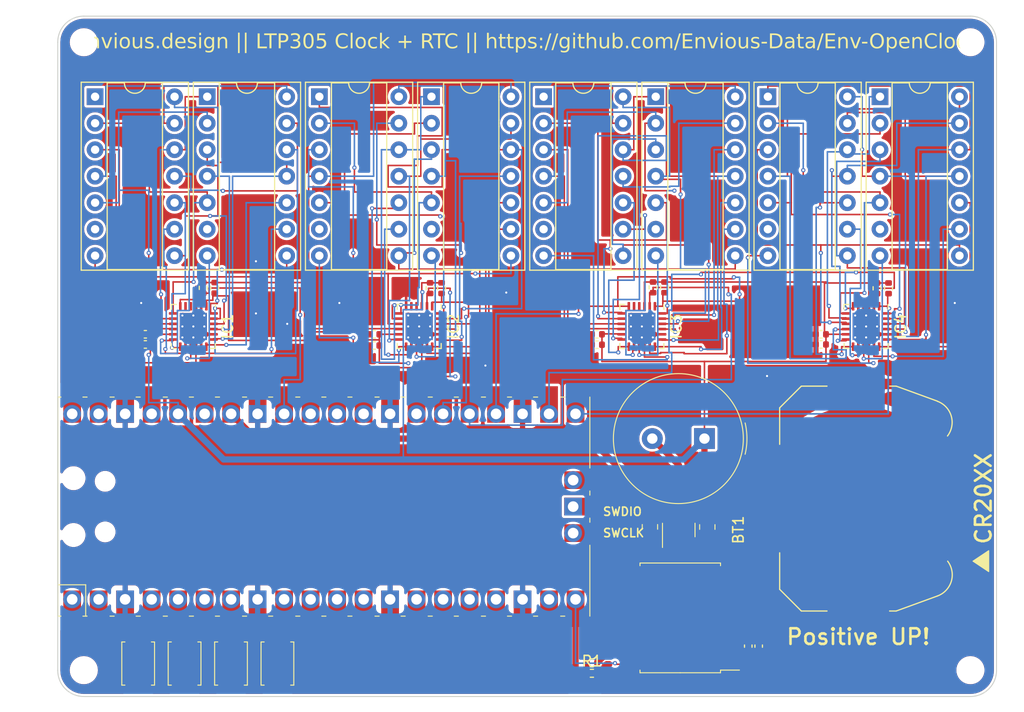
<source format=kicad_pcb>
(kicad_pcb (version 20221018) (generator pcbnew)
  (title_block (title "EnvOpenClock") (rev "2"))
  (layers (0 "F.Cu" signal) (31 "B.Cu" signal) (34 "B.Paste" user) (35 "F.Paste" user) (36 "B.SilkS" user "B.Silkscreen") (37 "F.SilkS" user "F.Silkscreen") (38 "B.Mask" user) (39 "F.Mask" user) (44 "Edge.Cuts" user))
  (net 0 "")
  (net 2 "GND")
  (net 3 "I2C1_SDA")
  (net 6 "IC1R1")
  (net 7 "IC1R2")
  (net 8 "IC1R3")
  (net 9 "IC1R4")
  (net 10 "IC1R5")
  (net 11 "IC1R6")
  (net 12 "IC1R7")
  (net 13 "IC1R8")
  (net 14 "IC1C8")
  (net 15 "IC1C7")
  (net 16 "IC1C6")
  (net 17 "IC1C5")
  (net 18 "IC1C4")
  (net 19 "IC1C3")
  (net 20 "IC1C2")
  (net 21 "IC1C1")
  (net 24 "IC2R1")
  (net 25 "IC2R2")
  (net 26 "IC2R3")
  (net 27 "IC2R4")
  (net 28 "IC2R5")
  (net 29 "IC2R6")
  (net 30 "IC2R7")
  (net 31 "IC2R8")
  (net 32 "IC2C8")
  (net 33 "IC2C7")
  (net 34 "IC2C6")
  (net 35 "IC2C5")
  (net 36 "IC2C4")
  (net 37 "IC2C3")
  (net 38 "IC2C2")
  (net 39 "IC2C1")
  (net 42 "IC3R1")
  (net 43 "IC3R2")
  (net 44 "IC3R3")
  (net 45 "IC3R4")
  (net 46 "IC3R5")
  (net 47 "IC3R6")
  (net 48 "IC3R7")
  (net 49 "IC3R8")
  (net 50 "IC3C8")
  (net 51 "IC3C7")
  (net 52 "IC3C6")
  (net 53 "IC3C5")
  (net 54 "IC3C4")
  (net 55 "IC3C3")
  (net 56 "IC3C2")
  (net 57 "IC3C1")
  (net 60 "IC4R1")
  (net 61 "IC4R2")
  (net 62 "IC4R3")
  (net 63 "IC4R4")
  (net 64 "IC4R5")
  (net 65 "IC4R6")
  (net 66 "IC4R7")
  (net 67 "IC4R8")
  (net 68 "IC4C8")
  (net 69 "IC4C7")
  (net 70 "IC4C6")
  (net 71 "IC4C5")
  (net 72 "IC4C4")
  (net 73 "IC4C3")
  (net 74 "IC4C2")
  (net 75 "IC4C1")
  (net 76 "GPIO6")
  (net 84 "I2C1_SCL")
  (net 85 "I2C2_SDA")
  (net 86 "I2C2_SCL")
  (net 87 "I2C3_SDA")
  (net 88 "I2C3_SCL")
  (net 89 "I2C4_SDA")
  (net 90 "I2C4_SCL")
  (net 91 "RTC_SCL")
  (net 93 "Net-(BZ1-+)")
  (net 95 "+3V3")
  (net 101 "Net-(BT1-+)")
  (net 103 "Net-(Q1-B)")
  (net 104 "Buzzer GPIO")
  (net 105 "RTC_SDA")
  (net 106 "GPIO2")
  (net 107 "GPIO3")
  (net 108 "GPIO4")
  (net 109 "GPIO5")
  (footprint "Buzzer_Beeper:Buzzer_TDK_PS1240P02BT_D12.2mm_H6.5mm" (layer "F.Cu") (at 147 98 180)
    (fp_text reference "BZ1")
    (fp_text value "Buzzer 12.2Mm")
  )
  (footprint "Resistor_SMD:R_0402_1005Metric" (layer "F.Cu") (at 164.65 83.59 -90)
    (fp_text reference "R5")
    (fp_text value "0402 10K")
  )
  (footprint "Package_DFN_QFN:QFN-24-1EP_4x4mm_P0.5mm_EP2.6x2.6mm_ThermalVias" (layer "F.Cu") (at 162.5 87.25 -90)
    (fp_text reference "IC4")
    (fp_text value "IS31FL3730-QFLS2-TR")
  )
  (footprint "Button_Switch_SMD:SW_Push_SPST_NO_Alps_SKRK" (layer "F.Cu") (at 97.16 119.566 -90)
    (fp_text reference "SW2")
    (fp_text value "SKRK")
  )
  (footprint "MountingHole:MountingHole_2.2mm_M2" (layer "F.Cu") (at 87.5 60)
    (fp_text reference "H4")
    (fp_text value "MountingHole")
  )
  (footprint "Button_Switch_SMD:SW_Push_SPST_NO_Alps_SKRK" (layer "F.Cu") (at 101.61 119.566 -90)
    (fp_text reference "SW3")
    (fp_text value "SKRK")
  )
  (footprint "Package_DIP:DIP-14_W7.62mm_Socket" (layer "F.Cu") (at 110.08 65.225)
    (fp_text reference "M3")
    (fp_text value "Dip-14 Socket")
  )
  (footprint "Capacitor_SMD:C_0402_1005Metric" (layer "F.Cu") (at 136.695 89 180)
    (fp_text reference "C6")
    (fp_text value "0402 1uF")
  )
  (footprint "MCU_RaspberryPi_and_Boards:RPi_Pico_SMD_TH" (layer "F.Cu") (at 110.5124 104.521 90)
    (fp_text reference "U1")
    (fp_text value "Raspberry Pi Pico")
  )
  (footprint "Button_Switch_SMD:SW_Push_SPST_NO_Alps_SKRK" (layer "F.Cu") (at 106.06 119.566 -90)
    (fp_text reference "SW4")
    (fp_text value "SKRK")
  )
  (footprint "Capacitor_SMD:C_0402_1005Metric" (layer "F.Cu") (at 115.35 88 180)
    (fp_text reference "C3")
    (fp_text value "0402 0.1uF")
  )
  (footprint "MountingHole:MountingHole_2.2mm_M2" (layer "F.Cu") (at 87.5 120.2)
    (fp_text reference "H2")
    (fp_text value "MountingHole")
  )
  (footprint "Capacitor_SMD:C_0402_1005Metric" (layer "F.Cu") (at 93.4 88.975 180)
    (fp_text reference "C2")
    (fp_text value "0402 1uF")
  )
  (footprint "Package_DIP:DIP-14_W7.62mm_Socket" (layer "F.Cu") (at 120.83 65.225)
    (fp_text reference "M4")
    (fp_text value "Dip-14 Socket")
  )
  (footprint "Package_DIP:DIP-14_W7.62mm_Socket" (layer "F.Cu") (at 153.08 65.225)
    (fp_text reference "M7")
    (fp_text value "Dip-14 Socket")
  )
  (footprint "MountingHole:MountingHole_2.2mm_M2" (layer "F.Cu") (at 172.5 120.2)
    (fp_text reference "H1")
    (fp_text value "MountingHole")
  )
  (footprint "Package_SO:SOIC-16W_7.5x10.3mm_P1.27mm" (layer "F.Cu") (at 144.6804 115.189 180)
    (fp_text reference "U3")
    (fp_text value "DS3231M")
  )
  (footprint "Package_DIP:DIP-14_W7.62mm_Socket" (layer "F.Cu") (at 163.83 65.225)
    (fp_text reference "M8")
    (fp_text value "Dip-14 Socket")
  )
  (footprint "Resistor_SMD:R_0402_1005Metric" (layer "F.Cu") (at 163.55 83.59 -90)
    (fp_text reference "R6")
    (fp_text value "0402 10K")
  )
  (footprint "Resistor_SMD:R_0402_1005Metric" (layer "F.Cu") (at 121.8 83.575 -90)
    (fp_text reference "R11")
    (fp_text value "0402 10K")
  )
  (footprint "Button_Switch_SMD:SW_Push_SPST_NO_Alps_SKRK" (layer "F.Cu") (at 92.71 119.566 -90)
    (fp_text reference "SW1")
    (fp_text value "SKRK")
  )
  (footprint "Resistor_SMD:R_0402_1005Metric" (layer "F.Cu") (at 142.075 83.5 -90)
    (fp_text reference "R8")
    (fp_text value "0402 10K")
  )
  (footprint "Capacitor_SMD:C_0402_1005Metric" (layer "F.Cu") (at 93.4 88 180)
    (fp_text reference "C1")
    (fp_text value "0402 0.1uF")
  )
  (footprint "Capacitor_SMD:C_0402_1005Metric" (layer "F.Cu") (at 158.17 88.975 180)
    (fp_text reference "C8")
    (fp_text value "0402 1uF")
  )
  (footprint "Resistor_SMD:R_0402_1005Metric" (layer "F.Cu") (at 98.95 83.55 -90)
    (fp_text reference "R10")
    (fp_text value "0402 10K")
  )
  (footprint "Capacitor_SMD:C_0402_1005Metric" (layer "F.Cu") (at 152.2 117.895 90)
    (fp_text reference "C10")
    (fp_text value "0402 1uF")
  )
  (footprint "Package_DFN_QFN:QFN-24-1EP_4x4mm_P0.5mm_EP2.6x2.6mm_ThermalVias" (layer "F.Cu") (at 119.65 87.25 -90)
    (fp_text reference "IC2")
    (fp_text value "IS31FL3730-QFLS2-TR")
  )
  (footprint "Resistor_SMD:R_0402_1005Metric" (layer "F.Cu") (at 136.21 120.5)
    (fp_text reference "R1")
    (fp_text value "0402 10K")
  )
  (footprint "Capacitor_SMD:C_0402_1005Metric" (layer "F.Cu") (at 158.17 88 180)
    (fp_text reference "C7")
    (fp_text value "0402 0.1uF")
  )
  (footprint "Capacitor_SMD:C_0402_1005Metric" (layer "F.Cu") (at 151.2 117.895 90)
    (fp_text reference "C9")
    (fp_text value "0402 0.1uF")
  )
  (footprint "Battery:BatteryHolder_Keystone_3034_1x20mm" (layer "F.Cu") (at 161.75 103.75 90)
    (fp_text reference "BT1")
    (fp_text value "Keystone 3034")
  )
  (footprint "Resistor_SMD:R_0805_2012Metric" (layer "F.Cu") (at 141.7736 106.4629 90)
    (fp_text reference "R4")
    (fp_text value "0805 1K")
  )
  (footprint "Package_DIP:DIP-14_W7.62mm_Socket" (layer "F.Cu") (at 142.33 65.225)
    (fp_text reference "M6")
    (fp_text value "Dip-14 Socket")
  )
  (footprint "Capacitor_SMD:C_0402_1005Metric" (layer "F.Cu") (at 115.35 89.075 180)
    (fp_text reference "C4")
    (fp_text value "0402 1uF")
  )
  (footprint "Resistor_SMD:R_0402_1005Metric" (layer "F.Cu") (at 143.175 83.5 -90)
    (fp_text reference "R7")
    (fp_text value "0402 10K")
  )
  (footprint "Resistor_SMD:R_0402_1005Metric" (layer "F.Cu") (at 136.2 119.5)
    (fp_text reference "R2")
    (fp_text value "0402 10K")
  )
  (footprint "Package_TO_SOT_SMD:SOT-23" (layer "F.Cu") (at 144.5362 106.7629 90)
    (fp_text reference "Q1")
    (fp_text value "2SC1815")
  )
  (footprint "Resistor_SMD:R_0805_2012Metric" (layer "F.Cu") (at 147.2736 106.4754 -90)
    (fp_text reference "R3")
    (fp_text value "0805 1K")
  )
  (footprint "Package_DFN_QFN:QFN-24-1EP_4x4mm_P0.5mm_EP2.6x2.6mm_ThermalVias" (layer "F.Cu") (at 141 87.25 -90)
    (fp_text reference "IC3")
    (fp_text value "IS31FL3730-QFLS2-TR")
  )
  (footprint "Package_DIP:DIP-14_W7.62mm_Socket" (layer "F.Cu") (at 99.33 65.225)
    (fp_text reference "M2")
    (fp_text value "Dip-14 Socket")
  )
  (footprint "Resistor_SMD:R_0402_1005Metric" (layer "F.Cu") (at 100.05 83.55 -90)
    (fp_text reference "R9")
    (fp_text value "0402 10K")
  )
  (footprint "Package_DIP:DIP-14_W7.62mm_Socket" (layer "F.Cu") (at 88.58 65.225)
    (fp_text reference "M1")
    (fp_text value "Dip-14 Socket")
  )
  (footprint "Capacitor_SMD:C_0402_1005Metric" (layer "F.Cu") (at 136.695 88 180)
    (fp_text reference "C5")
    (fp_text value "0402 0.1uF")
  )
  (footprint "Resistor_SMD:R_0402_1005Metric" (layer "F.Cu") (at 120.7 83.575 -90)
    (fp_text reference "R12")
    (fp_text value "0402 10K")
  )
  (footprint "MountingHole:MountingHole_2.2mm_M2" (layer "F.Cu") (at 172.5 60)
    (fp_text reference "H3")
    (fp_text value "MountingHole")
  )
  (footprint "Package_DFN_QFN:QFN-24-1EP_4x4mm_P0.5mm_EP2.6x2.6mm_ThermalVias" (layer "F.Cu") (at 98 87.25 -90)
    (fp_text reference "IC1")
    (fp_text value "IS31FL3730-QFLS2-TR")
  )
  (footprint "Package_DIP:DIP-14_W7.62mm_Socket" (layer "F.Cu") (at 131.58 65.225)
    (fp_text reference "M5")
    (fp_text value "Dip-14 Socket")
  )
  (gr_poly (pts (xy 172.75 109.75) (xy 174.25 108.75) (xy 174.25 110.75)) (stroke (width 0.1)) (fill solid) (layer "F.SilkS"))
  (gr_line (start 87.5 57.5) (end 172.5 57.5) (stroke (width 0.1)) (layer "Edge.Cuts"))
  (gr_arc (start 175 120.225) (mid 174.267767 121.992767) (end 172.5 122.725) (stroke (width 0.1)) (layer "Edge.Cuts"))
  (gr_arc (start 87.5 122.725) (mid 85.732233 121.992767) (end 85 120.225) (stroke (width 0.1)) (layer "Edge.Cuts"))
  (gr_line (start 172.5 122.725) (end 87.5 122.725) (stroke (width 0.1)) (layer "Edge.Cuts"))
  (gr_arc (start 85 60) (mid 85.732233 58.232233) (end 87.5 57.5) (stroke (width 0.1)) (layer "Edge.Cuts"))
  (gr_line (start 175 60) (end 175 120.225) (stroke (width 0.1)) (layer "Edge.Cuts"))
  (gr_arc (start 172.5 57.5) (mid 174.267767 58.232233) (end 175 60) (stroke (width 0.1)) (layer "Edge.Cuts"))
  (gr_line (start 85 120.225) (end 85 60) (stroke (width 0.1)) (layer "Edge.Cuts"))
  (gr_text "envious.design || LTP305 Clock + RTC || https://github.com/Envious-Data/Env-OpenClock\n" (at 130 60) (layer "F.SilkS") (effects (font (size 1.4 1.4) (thickness 0.15625))))
  (gr_text "Positive UP!" (at 161.75 117) (layer "F.SilkS") (effects (font (size 1.5 1.5) (thickness 0.25) bold)))
  (gr_text "CR20XX" (at 173.75 103.75 90) (layer "F.SilkS") (effects (font (size 1.5 1.5) (thickness 0.25) bold)))
  (via (at 126 91) (size 0.4) (drill 0.2) (layers "F.Cu" "B.Cu") (net 2))
  (via (at 93 85) (size 0.4) (drill 0.2) (layers "F.Cu" "B.Cu") (net 2))
  (via (at 107 87) (size 0.4) (drill 0.2) (layers "F.Cu" "B.Cu") (net 2))
  (via (at 128 84) (size 0.4) (drill 0.2) (layers "F.Cu" "B.Cu") (net 2))
  (via (at 171 85) (size 0.4) (drill 0.2) (layers "F.Cu" "B.Cu") (net 2))
  (via (at 104 81) (size 0.4) (drill 0.2) (layers "F.Cu" "B.Cu") (net 2))
  (via (at 153 92) (size 0.4) (drill 0.2) (layers "F.Cu" "B.Cu") (net 2))
  (via (at 104 86) (size 0.4) (drill 0.2) (layers "F.Cu" "B.Cu") (net 2))
  (via (at 112 85) (size 0.4) (drill 0.2) (layers "F.Cu" "B.Cu") (net 2))
  (segment (start 109.2424 88.5869) (end 101.3796 88.5869) (width 0.15) (layer "F.Cu") (net 3))
  (segment (start 101.3796 88.5869) (end 101.3796 84.3176) (width 0.15) (layer "F.Cu") (net 3))
  (segment (start 99.9292 84.3176) (end 99.8688 84.3176) (width 0.15) (layer "F.Cu") (net 3))
  (segment (start 99.25 84.7402) (end 99.25 85.3125) (width 0.15) (layer "F.Cu") (net 3))
  (segment (start 99.8688 84.3176) (end 99.8688 84.7402) (width 0.15) (layer "F.Cu") (net 3))
  (segment (start 99.8688 84.7402) (end 99.25 84.7402) (width 0.15) (layer "F.Cu") (net 3))
  (segment (start 101.3796 84.3176) (end 99.9292 84.3176) (width 0.15) (layer "F.Cu") (net 3))
  (segment (start 109.2424 95.631) (end 109.2424 88.5869) (width 0.15) (layer "F.Cu") (net 3))
  (segment (start 100.05 84.06) (end 99.9292 84.06) (width 0.15) (layer "F.Cu") (net 3))
  (segment (start 99.9292 84.06) (end 99.9292 84.3176) (width 0.15) (layer "F.Cu") (net 3))
  (segment (start 99.33 74.3581) (end 99.33 75.385) (width 0.15) (layer "F.Cu") (net 6))
  (segment (start 98.024 82.9815) (end 96.0625 82.9815) (width 0.15) (layer "F.Cu") (net 6))
  (segment (start 93.7823 67.765) (end 93.7823 74.3581) (width 0.15) (layer "F.Cu") (net 6))
  (segment (start 96.0625 82.9815) (end 96.0625 86) (width 0.15) (layer "F.Cu") (net 6))
  (segment (start 93.7823 74.3581) (end 99.33 74.3581) (width 0.15) (layer "F.Cu") (net 6))
  (segment (start 88.58 67.765) (end 93.7823 67.765) (width 0.15) (layer "F.Cu") (net 6))
  (via (at 98.024 82.9815) (size 0.4) (drill 0.2) (layers "F.Cu" "B.Cu") (net 6))
  (segment (start 98.024 75.385) (end 98.024 82.9815) (width 0.15) (layer "B.Cu") (net 6))
  (segment (start 99.33 75.385) (end 98.024 75.385) (width 0.15) (layer "B.Cu") (net 6))
  (segment (start 97.2269 65.225) (end 97.2269 70.305) (width 0.15) (layer "F.Cu") (net 7))
  (segment (start 97.2269 70.305) (end 96.2 70.305) (width 0.15) (layer "F.Cu") (net 7))
  (segment (start 99.33 65.225) (end 97.2269 65.225) (width 0.15) (layer "F.Cu") (net 7))
  (segment (start 96.0625 86.5) (end 94.9013 86.5) (width 0.15) (layer "F.Cu") (net 7))
  (segment (start 94.9013 86.5) (end 94.9013 84.1643) (width 0.15) (layer "F.Cu") (net 7))
  (via (at 94.9013 84.1643) (size 0.4) (drill 0.2) (layers "F.Cu" "B.Cu") (net 7))
  (segment (start 96.2 70.305) (end 94.8494 70.305) (width 0.15) (layer "B.Cu") (net 7))
  (segment (start 94.8494 84.1643) (end 94.9013 84.1643) (width 0.15) (layer "B.Cu") (net 7))
  (segment (start 94.8494 70.305) (end 94.8494 84.1643) (width 0.15) (layer "B.Cu") (net 7))
  (segment (start 90.8991 87) (end 90.8991 82.4933) (width 0.15) (layer "F.Cu") (net 8))
  (segment (start 88.58 70.305) (end 90.8991 70.305) (width 0.15) (layer "F.Cu") (net 8))
  (segment (start 90.8991 70.305) (end 90.8991 82.4933) (width 0.15) (layer "F.Cu") (net 8))
  (segment (start 106.95 82.4933) (end 106.95 80.465) (width 0.15) (layer "F.Cu") (net 8))
  (segment (start 90.8991 82.4933) (end 106.95 82.4933) (width 0.15) (layer "F.Cu") (net 8))
  (segment (start 96.0625 87) (end 90.8991 87) (width 0.15) (layer "F.Cu") (net 8))
  (segment (start 96.0625 87.5) (end 96.0625 87.4626) (width 0.15) (layer "F.Cu") (net 9))
  (segment (start 90.5972 87.4626) (end 90.5972 72.845) (width 0.15) (layer "F.Cu") (net 9))
  (segment (start 96.0625 87.4626) (end 90.5972 87.4626) (width 0.15) (layer "F.Cu") (net 9))
  (segment (start 90.5972 72.845) (end 88.58 72.845) (width 0.15) (layer "F.Cu") (net 9))
  (segment (start 106.95 65.225) (end 106.95 64.1981) (width 0.15) (layer "B.Cu") (net 9))
  (segment (start 106.95 64.1981) (end 89.6069 64.1981) (width 0.15) (layer "B.Cu") (net 9))
  (segment (start 89.6069 72.845) (end 88.58 72.845) (width 0.15) (layer "B.Cu") (net 9))
  (segment (start 89.6069 64.1981) (end 89.6069 72.845) (width 0.15) (layer "B.Cu") (net 9))
  (segment (start 96.0625 88.5979) (end 96.0625 88.5) (width 0.15) (layer "F.Cu") (net 10))
  (segment (start 107.9769 67.765) (end 106.95 67.765) (width 0.15) (layer "F.Cu") (net 10))
  (segment (start 100.8362 74.2513) (end 107.9769 74.2513) (width 0.15) (layer "F.Cu") (net 10))
  (segment (start 107.9769 74.2513) (end 107.9769 67.765) (width 0.15) (layer "F.Cu") (net 10))
  (segment (start 94.9789 88.5979) (end 96.0625 88.5979) (width 0.15) (layer "F.Cu") (net 10))
  (via (at 100.8362 74.2513) (size 0.4) (drill 0.2) (layers "F.Cu" "B.Cu") (net 10))
  (via (at 94.9789 88.5979) (size 0.4) (drill 0.2) (layers "F.Cu" "B.Cu") (net 10))
  (segment (start 96.2 72.845) (end 97.765 72.845) (width 0.15) (layer "B.Cu") (net 10))
  (segment (start 94.8642 88.5979) (end 94.9789 88.5979) (width 0.15) (layer "B.Cu") (net 10))
  (segment (start 100.8362 74.1909) (end 100.8362 74.2513) (width 0.15) (layer "B.Cu") (net 10))
  (segment (start 97.765 74.1909) (end 100.8362 74.1909) (width 0.15) (layer "B.Cu") (net 10))
  (segment (start 97.5971 85.7231) (end 96.4731 85.7231) (width 0.15) (layer "B.Cu") (net 10))
  (segment (start 97.765 74.1909) (end 97.5971 74.1909) (width 0.15) (layer "B.Cu") (net 10))
  (segment (start 94.8642 89.8426) (end 94.8642 88.5979) (width 0.15) (layer "B.Cu") (net 10))
  (segment (start 97.765 72.845) (end 97.765 74.1909) (width 0.15) (layer "B.Cu") (net 10))
  (segment (start 96.4731 85.7231) (end 96.4731 89.8426) (width 0.15) (layer "B.Cu") (net 10))
  (segment (start 97.5971 74.1909) (end 97.5971 85.7231) (width 0.15) (layer "B.Cu") (net 10))
  (segment (start 96.4731 89.8426) (end 94.8642 89.8426) (width 0.15) (layer "B.Cu") (net 10))
  (segment (start 95.9571 89.2845) (end 96.75 89.2845) (width 0.15) (layer "F.Cu") (net 11))
  (segment (start 96.75 89.2845) (end 96.75 89.1875) (width 0.15) (layer "F.Cu") (net 11))
  (via (at 95.9571 89.2845) (size 0.4) (drill 0.2) (layers "F.Cu" "B.Cu") (net 11))
  (segment (start 96.2 75.385) (end 97.2269 75.385) (width 0.15) (layer "B.Cu") (net 11))
  (segment (start 95.9571 84.1119) (end 95.9571 89.2845) (width 0.15) (layer "B.Cu") (net 11))
  (segment (start 97.2269 84.1119) (end 95.9571 84.1119) (width 0.15) (layer "B.Cu") (net 11))
  (segment (start 97.2269 75.385) (end 97.2269 84.1119) (width 0.15) (layer "B.Cu") (net 11))
  (segment (start 95.3161 89.8272) (end 95.3161 89.4156) (width 0.15) (layer "F.Cu") (net 12))
  (segment (start 97.25 89.8272) (end 95.3161 89.8272) (width 0.15) (layer "F.Cu") (net 12))
  (segment (start 97.25 89.1875) (end 97.25 89.8272) (width 0.15) (layer "F.Cu") (net 12))
  (via (at 95.3161 89.4156) (size 0.4) (drill 0.2) (layers "F.Cu" "B.Cu") (net 12))
  (segment (start 95.1731 77.925) (end 95.1731 81.4919) (width 0.15) (layer "B.Cu") (net 12))
  (segment (start 95.4058 89.4156) (end 95.3161 89.4156) (width 0.15) (layer "B.Cu") (net 12))
  (segment (start 95.1731 81.4919) (end 95.4058 81.4919) (width 0.15) (layer "B.Cu") (net 12))
  (segment (start 96.2 77.925) (end 95.1731 77.925) (width 0.15) (layer "B.Cu") (net 12))
  (segment (start 95.4058 81.4919) (end 95.4058 89.4156) (width 0.15) (layer "B.Cu") (net 12))
  (segment (start 97.4202 90.3055) (end 97.75 90.3055) (width 0.15) (layer "F.Cu") (net 13))
  (segment (start 97.75 90.3055) (end 97.75 89.1875) (width 0.15) (layer "F.Cu") (net 13))
  (via (at 97.4202 90.3055) (size 0.4) (drill 0.2) (layers "F.Cu" "B.Cu") (net 13))
  (segment (start 99.33 80.465) (end 99.5269 80.465) (width 0.15) (layer "B.Cu") (net 13))
  (segment (start 99.5269 90.3055) (end 97.4202 90.3055) (width 0.15) (layer "B.Cu") (net 13))
  (segment (start 99.5269 80.465) (end 99.5269 90.3055) (width 0.15) (layer "B.Cu") (net 13))
  (segment (start 88.58 90.7324) (end 98.25 90.7324) (width 0.15) (layer "F.Cu") (net 14))
  (segment (start 88.58 80.465) (end 88.58 90.7324) (width 0.15) (layer "F.Cu") (net 14))
  (segment (start 98.25 90.7324) (end 98.25 89.1875) (width 0.15) (layer "F.Cu") (net 14))
  (segment (start 105.4895 89.4188) (end 105.4895 89.8271) (width 0.15) (layer "F.Cu") (net 15))
  (segment (start 98.75 89.8271) (end 98.75 89.1875) (width 0.15) (layer "F.Cu") (net 15))
  (segment (start 105.4895 89.8271) (end 98.75 89.8271) (width 0.15) (layer "F.Cu") (net 15))
  (via (at 105.4895 89.4188) (size 0.4) (drill 0.2) (layers "F.Cu" "B.Cu") (net 15))
  (segment (start 105.4895 77.925) (end 105.4895 89.4188) (width 0.15) (layer "B.Cu") (net 15))
  (segment (start 106.95 77.925) (end 105.4895 77.925) (width 0.15) (layer "B.Cu") (net 15))
  (segment (start 99.25 89.0138) (end 99.25 89.1875) (width 0.15) (layer "F.Cu") (net 16))
  (segment (start 101.1582 89.0138) (end 99.25 89.0138) (width 0.15) (layer "F.Cu") (net 16))
  (via (at 101.1582 89.0138) (size 0.4) (drill 0.2) (layers "F.Cu" "B.Cu") (net 16))
  (segment (start 103.0615 75.385) (end 103.0615 89.0138) (width 0.15) (layer "B.Cu") (net 16))
  (segment (start 106.95 75.385) (end 103.0615 75.385) (width 0.15) (layer "B.Cu") (net 16))
  (segment (start 103.0615 89.0138) (end 101.1582 89.0138) (width 0.15) (layer "B.Cu") (net 16))
  (segment (start 106.95 72.845) (end 106.95 71.5162) (width 0.15) (layer "F.Cu") (net 17))
  (segment (start 106.95 71.5162) (end 100.3569 71.5162) (width 0.15) (layer "F.Cu") (net 17))
  (segment (start 100.3569 64.1981) (end 95.1731 64.1981) (width 0.15) (layer "F.Cu") (net 17))
  (segment (start 100.8117 88.4265) (end 99.9375 88.4265) (width 0.15) (layer "F.Cu") (net 17))
  (segment (start 100.3569 71.5162) (end 100.3569 64.1981) (width 0.15) (layer "F.Cu") (net 17))
  (segment (start 99.9375 88.4265) (end 99.9375 88.5) (width 0.15) (layer "F.Cu") (net 17))
  (segment (start 95.1731 64.1981) (end 95.1731 67.765) (width 0.15) (layer "F.Cu") (net 17))
  (segment (start 95.1731 67.765) (end 96.2 67.765) (width 0.15) (layer "F.Cu") (net 17))
  (via (at 100.8117 88.4265) (size 0.4) (drill 0.2) (layers "F.Cu" "B.Cu") (net 17))
  (segment (start 100.8117 88.4265) (end 101.7598 88.4265) (width 0.15) (layer "B.Cu") (net 17))
  (segment (start 101.7598 72.845) (end 106.95 72.845) (width 0.15) (layer "B.Cu") (net 17))
  (segment (start 101.7598 88.4265) (end 101.7598 72.845) (width 0.15) (layer "B.Cu") (net 17))
  (segment (start 100.8362 87.5322) (end 99.9375 87.5322) (width 0.15) (layer "F.Cu") (net 18))
  (segment (start 99.9375 87.5322) (end 99.9375 87.5) (width 0.15) (layer "F.Cu") (net 18))
  (via (at 100.8362 87.5322) (size 0.4) (drill 0.2) (layers "F.Cu" "B.Cu") (net 18))
  (segment (start 100.8362 87.5322) (end 101.4579 87.5322) (width 0.15) (layer "B.Cu") (net 18))
  (segment (start 100.3569 66.2519) (end 100.3569 72.845) (width 0.15) (layer "B.Cu") (net 18))
  (segment (start 101.4579 72.845) (end 100.3569 72.845) (width 0.15) (layer "B.Cu") (net 18))
  (segment (start 96.2 66.2519) (end 100.3569 66.2519) (width 0.15) (layer "B.Cu") (net 18))
  (segment (start 101.4579 87.5322) (end 101.4579 72.845) (width 0.15) (layer "B.Cu") (net 18))
  (segment (start 96.2 65.225) (end 96.2 66.2519) (width 0.15) (layer "B.Cu") (net 18))
  (segment (start 100.3569 72.845) (end 99.33 72.845) (width 0.15) (layer "B.Cu") (net 18))
  (segment (start 100.3569 76.655) (end 97.2269 76.655) (width 0.15) (layer "F.Cu") (net 19))
  (segment (start 100.3569 76.655) (end 99.6068 76.655) (width 0.15) (layer "F.Cu") (net 19))
  (segment (start 97.2269 80.465) (end 96.2 80.465) (width 0.15) (layer "F.Cu") (net 19))
  (segment (start 100.9459 87) (end 99.9375 87) (width 0.15) (layer "F.Cu") (net 19))
  (segment (start 100.3569 71.8181) (end 100.3569 76.655) (width 0.15) (layer "F.Cu") (net 19))
  (segment (start 99.33 71.8181) (end 100.3569 71.8181) (width 0.15) (layer "F.Cu") (net 19))
  (segment (start 99.33 70.305) (end 99.33 71.8181) (width 0.15) (layer "F.Cu") (net 19))
  (segment (start 100.9459 84.7741) (end 100.9459 87) (width 0.15) (layer "F.Cu") (net 19))
  (segment (start 97.2269 76.655) (end 97.2269 80.465) (width 0.15) (layer "F.Cu") (net 19))
  (via (at 99.6068 76.655) (size 0.4) (drill 0.2) (layers "F.Cu" "B.Cu") (net 19))
  (via (at 100.9459 84.7741) (size 0.4) (drill 0.2) (layers "F.Cu" "B.Cu") (net 19))
  (segment (start 101.156 76.655) (end 99.6068 76.655) (width 0.15) (layer "B.Cu") (net 19))
  (segment (start 101.156 84.7741) (end 101.156 76.655) (width 0.15) (layer "B.Cu") (net 19))
  (segment (start 100.9459 84.7741) (end 101.156 84.7741) (width 0.15) (layer "B.Cu") (net 19))
  (segment (start 100.5771 85.5168) (end 100.5771 86.5) (width 0.15) (layer "F.Cu") (net 20))
  (segment (start 100.5771 86.5) (end 99.9375 86.5) (width 0.15) (layer "F.Cu") (net 20))
  (segment (start 100.0796 85.5168) (end 100.5771 85.5168) (width 0.15) (layer "F.Cu") (net 20))
  (via (at 100.0796 85.5168) (size 0.4) (drill 0.2) (layers "F.Cu" "B.Cu") (net 20))
  (segment (start 100.0796 89.8457) (end 100.0796 85.5168) (width 0.15) (layer "B.Cu") (net 20))
  (segment (start 107.9769 85.7184) (end 107.8129 85.7184) (width 0.15) (layer "B.Cu") (net 20))
  (segment (start 107.9769 70.305) (end 107.9769 85.7184) (width 0.15) (layer "B.Cu") (net 20))
  (segment (start 107.8129 85.7184) (end 107.8129 89.8457) (width 0.15) (layer "B.Cu") (net 20))
  (segment (start 106.95 70.305) (end 107.9769 70.305) (width 0.15) (layer "B.Cu") (net 20))
  (segment (start 107.8129 89.8457) (end 100.0796 89.8457) (width 0.15) (layer "B.Cu") (net 20))
  (segment (start 99.6526 85.0421) (end 99.6526 86) (width 0.15) (layer "F.Cu") (net 21))
  (segment (start 93.7241 80.1991) (end 93.7241 81.8043) (width 0.15) (layer "F.Cu") (net 21))
  (segment (start 100.2957 84.7741) (end 100.2957 85.0421) (width 0.15) (layer "F.Cu") (net 21))
  (segment (start 99.6526 86) (end 99.9375 86) (width 0.15) (layer "F.Cu") (net 21))
  (segment (start 93.7241 81.8043) (end 100.7291 81.8043) (width 0.15) (layer "F.Cu") (net 21))
  (segment (start 100.2957 85.0421) (end 99.6526 85.0421) (width 0.15) (layer "F.Cu") (net 21))
  (via (at 100.7291 81.8043) (size 0.4) (drill 0.2) (layers "F.Cu" "B.Cu") (net 21))
  (via (at 100.2957 84.7741) (size 0.4) (drill 0.2) (layers "F.Cu" "B.Cu") (net 21))
  (via (at 93.7241 80.1991) (size 0.4) (drill 0.2) (layers "F.Cu" "B.Cu") (net 21))
  (segment (start 90.8471 74.19) (end 93.7241 74.19) (width 0.15) (layer "B.Cu") (net 21))
  (segment (start 99.33 67.765) (end 99.33 66.7011) (width 0.15) (layer "B.Cu") (net 21))
  (segment (start 90.8471 74.19) (end 90.8471 75.385) (width 0.15) (layer "B.Cu") (net 21))
  (segment (start 90.8471 75.385) (end 88.58 75.385) (width 0.15) (layer "B.Cu") (net 21))
  (segment (start 100.7291 81.8043) (end 100.2957 81.8043) (width 0.15) (layer "B.Cu") (net 21))
  (segment (start 99.33 66.7011) (end 90.8471 66.7011) (width 0.15) (layer "B.Cu") (net 21))
  (segment (start 93.7241 74.19) (end 93.7241 80.1991) (width 0.15) (layer "B.Cu") (net 21))
  (segment (start 90.8471 66.7011) (end 90.8471 74.19) (width 0.15) (layer "B.Cu") (net 21))
  (segment (start 100.2957 81.8043) (end 100.2957 84.7741) (width 0.15) (layer "B.Cu") (net 21))
  (segment (start 120.83 74.3581) (end 113.4415 74.3581) (width 0.15) (layer "F.Cu") (net 24))
  (segment (start 117.9066 86) (end 117.9066 85.1918) (width 0.15) (layer "F.Cu") (net 24))
  (segment (start 117.7125 86) (end 117.9066 86) (width 0.15) (layer "F.Cu") (net 24))
  (segment (start 120.83 75.385) (end 120.83 74.3581) (width 0.15) (layer "F.Cu") (net 24))
  (segment (start 113.4415 74.3581) (end 113.4415 72.0237) (width 0.15) (layer "F.Cu") (net 24))
  (via (at 113.4415 72.0237) (size 0.4) (drill 0.2) (layers "F.Cu" "B.Cu") (net 24))
  (via (at 117.9066 85.1918) (size 0.4) (drill 0.2) (layers "F.Cu" "B.Cu") (net 24))
  (segment (start 119.5295 83.5273) (end 119.5295 85.1918) (width 0.15) (layer "B.Cu") (net 24))
  (segment (start 119.6415 75.385) (end 119.6415 83.5273) (width 0.15) (layer "B.Cu") (net 24))
  (segment (start 119.6415 83.5273) (end 119.5295 83.5273) (width 0.15) (layer "B.Cu") (net 24))
  (segment (start 113.4415 67.765) (end 113.4415 72.0237) (width 0.15) (layer "B.Cu") (net 24))
  (segment (start 120.83 75.385) (end 119.6415 75.385) (width 0.15) (layer "B.Cu") (net 24))
  (segment (start 110.08 67.765) (end 113.4415 67.765) (width 0.15) (layer "B.Cu") (net 24))
  (segment (start 119.5295 85.1918) (end 117.9066 85.1918) (width 0.15) (layer "B.Cu") (net 24))
  (segment (start 117.0729 85.212) (end 117.2844 85.212) (width 0.15) (layer "F.Cu") (net 25))
  (segment (start 117.7125 86.5) (end 117.0729 86.5) (width 0.15) (layer "F.Cu") (net 25))
  (segment (start 117.0729 86.5) (end 117.0729 85.212) (width 0.15) (layer "F.Cu") (net 25))
  (via (at 117.2844 85.212) (size 0.4) (drill 0.2) (layers "F.Cu" "B.Cu") (net 25))
  (segment (start 117.7 70.305) (end 119.8031 70.305) (width 0.15) (layer "B.Cu") (net 25))
  (segment (start 119.8031 70.305) (end 119.8031 65.225) (width 0.15) (layer "B.Cu") (net 25))
  (segment (start 117.2769 85.212) (end 117.2769 90.3874) (width 0.15) (layer "B.Cu") (net 25))
  (segment (start 116.0362 90.3874) (end 116.0362 70.305) (width 0.15) (layer "B.Cu") (net 25))
  (segment (start 116.0362 70.305) (end 117.7 70.305) (width 0.15) (layer "B.Cu") (net 25))
  (segment (start 119.8031 65.225) (end 120.83 65.225) (width 0.15) (layer "B.Cu") (net 25))
  (segment (start 117.2769 90.3874) (end 116.0362 90.3874) (width 0.15) (layer "B.Cu") (net 25))
  (segment (start 117.2844 85.212) (end 117.2769 85.212) (width 0.15) (layer "B.Cu") (net 25))
  (segment (start 125.0337 82.1801) (end 116.6746 82.1801) (width 0.15) (layer "F.Cu") (net 26))
  (segment (start 116.6746 87) (end 116.6746 82.1801) (width 0.15) (layer "F.Cu") (net 26))
  (segment (start 117.7125 87) (end 116.6746 87) (width 0.15) (layer "F.Cu") (net 26))
  (segment (start 113.3347 82.1801) (end 113.3347 80.1991) (width 0.15) (layer "F.Cu") (net 26))
  (segment (start 116.6746 82.1801) (end 113.3347 82.1801) (width 0.15) (layer "F.Cu") (net 26))
  (via (at 125.0337 82.1801) (size 0.4) (drill 0.2) (layers "F.Cu" "B.Cu") (net 26))
  (via (at 113.3347 80.1991) (size 0.4) (drill 0.2) (layers "F.Cu" "B.Cu") (net 26))
  (segment (start 109.0531 70.305) (end 109.0531 73.8719) (width 0.15) (layer "B.Cu") (net 26))
  (segment (start 113.3347 73.8719) (end 113.3347 80.1991) (width 0.15) (layer "B.Cu") (net 26))
  (segment (start 128.45 82.1801) (end 125.0337 82.1801) (width 0.15) (layer "B.Cu") (net 26))
  (segment (start 128.45 80.465) (end 128.45 82.1801) (width 0.15) (layer "B.Cu") (net 26))
  (segment (start 109.0531 73.8719) (end 113.3347 73.8719) (width 0.15) (layer "B.Cu") (net 26))
  (segment (start 110.08 70.305) (end 109.0531 70.305) (width 0.15) (layer "B.Cu") (net 26))
  (segment (start 117.7125 87.4626) (end 109.0531 87.4626) (width 0.15) (layer "F.Cu") (net 27))
  (segment (start 117.7125 87.5) (end 117.7125 87.4626) (width 0.15) (layer "F.Cu") (net 27))
  (segment (start 109.0531 87.4626) (end 109.0531 72.845) (width 0.15) (layer "F.Cu") (net 27))
  (segment (start 109.0531 72.845) (end 110.08 72.845) (width 0.15) (layer "F.Cu") (net 27))
  (segment (start 115.2823 63.8504) (end 115.2823 72.845) (width 0.15) (layer "B.Cu") (net 27))
  (segment (start 128.45 65.225) (end 128.45 63.8504) (width 0.15) (layer "B.Cu") (net 27))
  (segment (start 128.45 63.8504) (end 115.2823 63.8504) (width 0.15) (layer "B.Cu") (net 27))
  (segment (start 115.2823 72.845) (end 110.08 72.845) (width 0.15) (layer "B.Cu") (net 27))
  (segment (start 119.8031 69.2781) (end 119.8031 72.845) (width 0.15) (layer "F.Cu") (net 28))
  (segment (start 128.45 67.765) (end 128.45 69.2781) (width 0.15) (layer "F.Cu") (net 28))
  (segment (start 116.7871 88.5963) (end 116.7871 88.5) (width 0.15) (layer "F.Cu") (net 28))
  (segment (start 119.8031 72.845) (end 117.7 72.845) (width 0.15) (layer "F.Cu") (net 28))
  (segment (start 116.7871 88.5) (end 117.7125 88.5) (width 0.15) (layer "F.Cu") (net 28))
  (segment (start 128.45 69.2781) (end 119.8031 69.2781) (width 0.15) (layer "F.Cu") (net 28))
  (via (at 116.7871 88.5963) (size 0.4) (drill 0.2) (layers "F.Cu" "B.Cu") (net 28))
  (segment (start 118.7269 72.845) (end 118.7269 84.7649) (width 0.15) (layer "B.Cu") (net 28))
  (segment (start 117.7 72.845) (end 118.7269 72.845) (width 0.15) (layer "B.Cu") (net 28))
  (segment (start 118.7269 84.7649) (end 116.7871 84.7649) (width 0.15) (layer "B.Cu") (net 28))
  (segment (start 116.7871 84.7649) (end 116.7871 88.5963) (width 0.15) (layer "B.Cu") (net 28))
  (segment (start 117.7038 89.1875) (end 117.7038 89.5039) (width 0.15) (layer "F.Cu") (net 29))
  (segment (start 117.7 75.9301) (end 117.7 75.385) (width 0.15) (layer "F.Cu") (net 29))
  (segment (start 118.4 89.1875) (end 117.7038 89.1875) (width 0.15) (layer "F.Cu") (net 29))
  (segment (start 115.1374 75.9301) (end 117.7 75.9301) (width 0.15) (layer "F.Cu") (net 29))
  (via (at 117.7038 89.5039) (size 0.4) (drill 0.2) (layers "F.Cu" "B.Cu") (net 29))
  (via (at 115.1374 75.9301) (size 0.4) (drill 0.2) (layers "F.Cu" "B.Cu") (net 29))
  (segment (start 115.1374 90.6893) (end 115.1374 75.9301) (width 0.15) (layer "B.Cu") (net 29))
  (segment (start 117.7038 90.6893) (end 115.1374 90.6893) (width 0.15) (layer "B.Cu") (net 29))
  (segment (start 117.7038 89.5039) (end 117.7038 90.6893) (width 0.15) (layer "B.Cu") (net 29))
  (segment (start 118.9 89.9604) (end 116.699 89.9604) (width 0.15) (layer "F.Cu") (net 30))
  (segment (start 118.9 89.1875) (end 118.9 89.9604) (width 0.15) (layer "F.Cu") (net 30))
  (via (at 116.699 89.9604) (size 0.4) (drill 0.2) (layers "F.Cu" "B.Cu") (net 30))
  (segment (start 116.3396 89.9604) (end 116.3396 77.925) (width 0.15) (layer "B.Cu") (net 30))
  (segment (start 116.699 89.9604) (end 116.3396 89.9604) (width 0.15) (layer "B.Cu") (net 30))
  (segment (start 116.3396 77.925) (end 117.7 77.925) (width 0.15) (layer "B.Cu") (net 30))
  (segment (start 119.4 89.1875) (end 119.4 90.1487) (width 0.15) (layer "F.Cu") (net 31))
  (via (at 119.4 90.1487) (size 0.4) (drill 0.2) (layers "F.Cu" "B.Cu") (net 31))
  (segment (start 119.4 90.1487) (end 121.1875 90.1487) (width 0.15) (layer "B.Cu") (net 31))
  (segment (start 121.1875 90.1487) (end 121.1875 80.465) (width 0.15) (layer "B.Cu") (net 31))
  (segment (start 121.1875 80.465) (end 120.83 80.465) (width 0.15) (layer "B.Cu") (net 31))
  (segment (start 119.9 89.1875) (end 119.9 91.1993) (width 0.15) (layer "F.Cu") (net 32))
  (segment (start 113.3315 91.1993) (end 113.3315 88.3292) (width 0.15) (layer "F.Cu") (net 32))
  (segment (start 119.9 91.1993) (end 113.3315 91.1993) (width 0.15) (layer "F.Cu") (net 32))
  (via (at 113.3315 88.3292) (size 0.4) (drill 0.2) (layers "F.Cu" "B.Cu") (net 32))
  (segment (start 113.3315 88.3292) (end 110.08 88.3292) (width 0.15) (layer "B.Cu") (net 32))
  (segment (start 110.08 88.3292) (end 110.08 80.465) (width 0.15) (layer "B.Cu") (net 32))
  (segment (start 126.3327 77.925) (end 128.45 77.925) (width 0.15) (layer "F.Cu") (net 33))
  (segment (start 120.4 89.8271) (end 126.3327 89.8271) (width 0.15) (layer "F.Cu") (net 33))
  (segment (start 120.4 89.1875) (end 120.4 89.8271) (width 0.15) (layer "F.Cu") (net 33))
  (segment (start 126.3327 89.8271) (end 126.3327 77.925) (width 0.15) (layer "F.Cu") (net 33))
  (segment (start 126.0308 75.385) (end 126.0308 89.1875) (width 0.15) (layer "F.Cu") (net 34))
  (segment (start 128.45 75.385) (end 126.0308 75.385) (width 0.15) (layer "F.Cu") (net 34))
  (segment (start 126.0308 89.1875) (end 120.9 89.1875) (width 0.15) (layer "F.Cu") (net 34))
  (segment (start 123.6653 79.4381) (end 115.5868 79.4381) (width 0.15) (layer "F.Cu") (net 35))
  (segment (start 121.5875 88.5) (end 121.5875 88.5673) (width 0.15) (layer "F.Cu") (net 35))
  (segment (start 121.5875 88.5673) (end 123.7262 88.5673) (width 0.15) (layer "F.Cu") (net 35))
  (segment (start 123.6653 80.1991) (end 123.6653 79.4381) (width 0.15) (layer "F.Cu") (net 35))
  (segment (start 115.5868 79.4381) (end 115.5868 76.9964) (width 0.15) (layer "F.Cu") (net 35))
  (segment (start 123.7262 88.5673) (end 123.7262 88.245) (width 0.15) (layer "F.Cu") (net 35))
  (via (at 123.6653 80.1991) (size 0.4) (drill 0.2) (layers "F.Cu" "B.Cu") (net 35))
  (via (at 123.7262 88.245) (size 0.4) (drill 0.2) (layers "F.Cu" "B.Cu") (net 35))
  (via (at 115.5868 76.9964) (size 0.4) (drill 0.2) (layers "F.Cu" "B.Cu") (net 35))
  (segment (start 123.5303 77.375) (end 123.5303 86.7595) (width 0.15) (layer "B.Cu") (net 35))
  (segment (start 123.5303 72.845) (end 123.5303 77.375) (width 0.15) (layer "B.Cu") (net 35))
  (segment (start 123.7262 86.7595) (end 123.7262 88.245) (width 0.15) (layer "B.Cu") (net 35))
  (segment (start 115.5868 67.765) (end 117.7 67.765) (width 0.15) (layer "B.Cu") (net 35))
  (segment (start 123.6653 77.375) (end 123.6653 80.1991) (width 0.15) (layer "B.Cu") (net 35))
  (segment (start 128.45 72.845) (end 123.5303 72.845) (width 0.15) (layer "B.Cu") (net 35))
  (segment (start 123.5303 86.7595) (end 123.7262 86.7595) (width 0.15) (layer "B.Cu") (net 35))
  (segment (start 115.5868 76.9964) (end 115.5868 67.765) (width 0.15) (layer "B.Cu") (net 35))
  (segment (start 123.5303 77.375) (end 123.6653 77.375) (width 0.15) (layer "B.Cu") (net 35))
  (segment (start 121.5875 87.5) (end 123.1376 87.5) (width 0.15) (layer "F.Cu") (net 36))
  (segment (start 123.1376 87.5) (end 123.1376 88.1295) (width 0.15) (layer "F.Cu") (net 36))
  (via (at 123.1376 88.1295) (size 0.4) (drill 0.2) (layers "F.Cu" "B.Cu") (net 36))
  (segment (start 117.7 64.1981) (end 122.1573 64.1981) (width 0.15) (layer "B.Cu") (net 36))
  (segment (start 122.1573 64.1981) (end 122.1573 71.3662) (width 0.15) (layer "B.Cu") (net 36))
  (segment (start 123.1376 88.1295) (end 123.1376 71.3662) (width 0.15) (layer "B.Cu") (net 36))
  (segment (start 123.1376 71.3662) (end 122.1573 71.3662) (width 0.15) (layer "B.Cu") (net 36))
  (segment (start 117.7 65.225) (end 117.7 64.1981) (width 0.15) (layer "B.Cu") (net 36))
  (segment (start 122.1573 72.845) (end 120.83 72.845) (width 0.15) (layer "B.Cu") (net 36))
  (segment (start 122.1573 71.3662) (end 122.1573 72.845) (width 0.15) (layer "B.Cu") (net 36))
  (segment (start 117.7 80.465) (end 117.7 81.7531) (width 0.15) (layer "F.Cu") (net 37))
  (segment (start 119.1842 80.1991) (end 117.7 80.1991) (width 0.15) (layer "F.Cu") (net 37))
  (segment (start 117.7 81.7531) (end 125.4607 81.7531) (width 0.15) (layer "F.Cu") (net 37))
  (segment (start 125.4607 81.7531) (end 125.4607 87) (width 0.15) (layer "F.Cu") (net 37))
  (segment (start 125.4607 87) (end 121.5875 87) (width 0.15) (layer "F.Cu") (net 37))
  (segment (start 117.7 80.1991) (end 117.7 80.465) (width 0.15) (layer "F.Cu") (net 37))
  (via (at 119.1842 80.1991) (size 0.4) (drill 0.2) (layers "F.Cu" "B.Cu") (net 37))
  (segment (start 119.1842 71.2125) (end 119.1842 80.1991) (width 0.15) (layer "B.Cu") (net 37))
  (segment (start 120.83 71.2125) (end 119.1842 71.2125) (width 0.15) (layer "B.Cu") (net 37))
  (segment (start 120.83 70.305) (end 120.83 71.2125) (width 0.15) (layer "B.Cu") (net 37))
  (segment (start 121.8569 66.2519) (end 121.8569 68.9762) (width 0.15) (layer "F.Cu") (net 38))
  (segment (start 123.7115 86.5) (end 121.5875 86.5) (width 0.15) (layer "F.Cu") (net 38))
  (segment (start 119.5012 71.8181) (end 116.6731 71.8181) (width 0.15) (layer "F.Cu") (net 38))
  (segment (start 116.6731 71.8181) (end 116.6731 73.8719) (width 0.15) (layer "F.Cu") (net 38))
  (segment (start 121.8569 70.305) (end 128.45 70.305) (width 0.15) (layer "F.Cu") (net 38))
  (segment (start 110.08 66.2519) (end 121.8569 66.2519) (width 0.15) (layer "F.Cu") (net 38))
  (segment (start 110.08 65.225) (end 110.08 66.2519) (width 0.15) (layer "F.Cu") (net 38))
  (segment (start 121.8569 68.9762) (end 119.5012 68.9762) (width 0.15) (layer "F.Cu") (net 38))
  (segment (start 123.9572 85.5403) (end 123.7115 85.5403) (width 0.15) (layer "F.Cu") (net 38))
  (segment (start 121.8569 73.8719) (end 121.8569 70.305) (width 0.15) (layer "F.Cu") (net 38))
  (segment (start 123.7115 85.5403) (end 123.7115 86.5) (width 0.15) (layer "F.Cu") (net 38))
  (segment (start 116.6731 73.8719) (end 121.8569 73.8719) (width 0.15) (layer "F.Cu") (net 38))
  (segment (start 119.5012 68.9762) (end 119.5012 71.8181) (width 0.15) (layer "F.Cu") (net 38))
  (via (at 123.9572 85.5403) (size 0.4) (drill 0.2) (layers "F.Cu" "B.Cu") (net 38))
  (segment (start 129.4769 85.5403) (end 123.9572 85.5403) (width 0.15) (layer "B.Cu") (net 38))
  (segment (start 129.4769 70.305) (end 129.4769 85.5403) (width 0.15) (layer "B.Cu") (net 38))
  (segment (start 128.45 70.305) (end 129.4769 70.305) (width 0.15) (layer "B.Cu") (net 38))
  (segment (start 121.9996 86) (end 121.5875 86) (width 0.15) (layer "F.Cu") (net 39))
  (segment (start 119.1993 67.765) (end 119.1993 68.7919) (width 0.15) (layer "F.Cu") (net 39))
  (segment (start 112.4977 76.5695) (end 112.4977 75.385) (width 0.15) (layer "F.Cu") (net 39))
  (segment (start 112.4977 68.7919) (end 112.4977 75.385) (width 0.15) (layer "F.Cu") (net 39))
  (segment (start 121.6718 76.5695) (end 112.4977 76.5695) (width 0.15) (layer "F.Cu") (net 39))
  (segment (start 112.4977 75.385) (end 110.08 75.385) (width 0.15) (layer "F.Cu") (net 39))
  (segment (start 121.9996 85.371) (end 121.9996 86) (width 0.15) (layer "F.Cu") (net 39))
  (segment (start 121.6718 76.6926) (end 121.6718 76.5695) (width 0.15) (layer "F.Cu") (net 39))
  (segment (start 119.1993 68.7919) (end 112.4977 68.7919) (width 0.15) (layer "F.Cu") (net 39))
  (segment (start 120.83 67.765) (end 119.1993 67.765) (width 0.15) (layer "F.Cu") (net 39))
  (via (at 121.9996 85.371) (size 0.4) (drill 0.2) (layers "F.Cu" "B.Cu") (net 39))
  (via (at 121.6718 76.6926) (size 0.4) (drill 0.2) (layers "F.Cu" "B.Cu") (net 39))
  (segment (start 121.9996 76.6926) (end 121.9996 85.371) (width 0.15) (layer "B.Cu") (net 39))
  (segment (start 121.6718 76.6926) (end 121.9996 76.6926) (width 0.15) (layer "B.Cu") (net 39))
  (segment (start 136.7823 78.9618) (end 137.9712 78.9618) (width 0.15) (layer "F.Cu") (net 42))
  (segment (start 143.3569 78.9618) (end 143.3569 75.385) (width 0.15) (layer "F.Cu") (net 42))
  (segment (start 137.9712 78.9618) (end 137.9712 79.7989) (width 0.15) (layer "F.Cu") (net 42))
  (segment (start 136.7823 67.765) (end 136.7823 78.9618) (width 0.15) (layer "F.Cu") (net 42))
  (segment (start 143.3569 75.385) (end 142.33 75.385) (width 0.15) (layer "F.Cu") (net 42))
  (segment (start 131.58 67.765) (end 136.7823 67.765) (width 0.15) (layer "F.Cu") (net 42))
  (segment (start 137.9712 78.9618) (end 143.3569 78.9618) (width 0.15) (layer "F.Cu") (net 42))
  (segment (start 137.37 85.9062) (end 139.0625 85.9062) (width 0.15) (layer "F.Cu") (net 42))
  (segment (start 139.0625 85.9062) (end 139.0625 86) (width 0.15) (layer "F.Cu") (net 42))
  (via (at 137.37 85.9062) (size 0.4) (drill 0.2) (layers "F.Cu" "B.Cu") (net 42))
  (via (at 137.9712 79.7989) (size 0.4) (drill 0.2) (layers "F.Cu" "B.Cu") (net 42))
  (segment (start 137.37 79.7989) (end 137.37 85.9062) (width 0.15) (layer "B.Cu") (net 42))
  (segment (start 137.9712 79.7989) (end 137.37 79.7989) (width 0.15) (layer "B.Cu") (net 42))
  (segment (start 139.0625 86.5) (end 136.7965 86.5) (width 0.15) (layer "F.Cu") (net 43))
  (segment (start 142.33 65.225) (end 140.2269 65.225) (width 0.15) (layer "F.Cu") (net 43))
  (segment (start 140.2269 70.305) (end 139.2 70.305) (width 0.15) (layer "F.Cu") (net 43))
  (segment (start 140.2269 65.225) (end 140.2269 70.305) (width 0.15) (layer "F.Cu") (net 43))
  (segment (start 136.7965 86.5) (end 136.7965 86.2613) (width 0.15) (layer "F.Cu") (net 43))
  (via (at 136.7965 86.2613) (size 0.4) (drill 0.2) (layers "F.Cu" "B.Cu") (net 43))
  (segment (start 143.3569 71.3319) (end 143.3569 68.9762) (width 0.15) (layer "B.Cu") (net 43))
  (segment (start 143.3569 68.9762) (end 136.7965 68.9762) (width 0.15) (layer "B.Cu") (net 43))
  (segment (start 139.2 71.3319) (end 143.3569 71.3319) (width 0.15) (layer "B.Cu") (net 43))
  (segment (start 139.2 70.305) (end 139.2 71.3319) (width 0.15) (layer "B.Cu") (net 43))
  (segment (start 136.7965 68.9762) (end 136.7965 86.2613) (width 0.15) (layer "B.Cu") (net 43))
  (segment (start 133.8991 70.305) (end 133.8991 81.7453) (width 0.15) (layer "F.Cu") (net 44))
  (segment (start 149.95 81.7453) (end 149.95 80.465) (width 0.15) (layer "F.Cu") (net 44))
  (segment (start 133.8991 87) (end 139.0625 87) (width 0.15) (layer "F.Cu") (net 44))
  (segment (start 133.8991 81.7453) (end 149.95 81.7453) (width 0.15) (layer "F.Cu") (net 44))
  (segment (start 133.8991 81.7453) (end 133.8991 87) (width 0.15) (layer "F.Cu") (net 44))
  (segment (start 131.58 70.305) (end 133.8991 70.305) (width 0.15) (layer "F.Cu") (net 44))
  (segment (start 131.58 72.845) (end 133.5686 72.845) (width 0.15) (layer "F.Cu") (net 45))
  (segment (start 133.5686 72.845) (end 133.5686 87.4626) (width 0.15) (layer "F.Cu") (net 45))
  (segment (start 133.5686 87.4626) (end 139.0625 87.4626) (width 0.15) (layer "F.Cu") (net 45))
  (segment (start 139.0625 87.4626) (end 139.0625 87.5) (width 0.15) (layer "F.Cu") (net 45))
  (segment (start 132.6069 72.845) (end 131.58 72.845) (width 0.15) (layer "B.Cu") (net 45))
  (segment (start 149.95 64.1981) (end 132.6069 64.1981) (width 0.15) (layer "B.Cu") (net 45))
  (segment (start 149.95 65.225) (end 149.95 64.1981) (width 0.15) (layer "B.Cu") (net 45))
  (segment (start 132.6069 64.1981) (end 132.6069 72.845) (width 0.15) (layer "B.Cu") (net 45))
  (segment (start 139.0625 88.5) (end 139.0625 88.3868) (width 0.15) (layer "F.Cu") (net 46))
  (segment (start 139.0625 88.3868) (end 138.2534 88.3868) (width 0.15) (layer "F.Cu") (net 46))
  (via (at 138.2534 88.3868) (size 0.4) (drill 0.2) (layers "F.Cu" "B.Cu") (net 46))
  (segment (start 143.6904 73.8719) (end 140.765 73.8719) (width 0.15) (layer "B.Cu") (net 46))
  (segment (start 140.765 73.8719) (end 139.2 73.8719) (width 0.15) (layer "B.Cu") (net 46))
  (segment (start 139.2 73.8719) (end 139.2 72.845) (width 0.15) (layer "B.Cu") (net 46))
  (segment (start 144.5442 73.8064) (end 143.6904 73.8064) (width 0.15) (layer "B.Cu") (net 46))
  (segment (start 140.765 73.8719) (end 140.765 84.666) (width 0.15) (layer "B.Cu") (net 46))
  (segment (start 149.95 67.765) (end 144.5442 67.765) (width 0.15) (layer "B.Cu") (net 46))
  (segment (start 140.765 84.666) (end 138.2534 84.666) (width 0.15) (layer "B.Cu") (net 46))
  (segment (start 138.2534 84.666) (end 138.2534 88.3868) (width 0.15) (layer "B.Cu") (net 46))
  (segment (start 143.6904 73.8064) (end 143.6904 73.8719) (width 0.15) (layer "B.Cu") (net 46))
  (segment (start 144.5442 67.765) (end 144.5442 73.8064) (width 0.15) (layer "B.Cu") (net 46))
  (segment (start 139.75 89.1875) (end 138.7346 89.1875) (width 0.15) (layer "F.Cu") (net 47))
  (segment (start 138.7346 89.1875) (end 138.7346 89.736) (width 0.15) (layer "F.Cu") (net 47))
  (via (at 138.7346 89.736) (size 0.4) (drill 0.2) (layers "F.Cu" "B.Cu") (net 47))
  (segment (start 140.2548 82.8116) (end 140.2548 75.385) (width 0.15) (layer "B.Cu") (net 47))
  (segment (start 138.7346 89.736) (end 137.8249 89.736) (width 0.15) (layer "B.Cu") (net 47))
  (segment (start 137.8249 82.8116) (end 140.2548 82.8116) (width 0.15) (layer "B.Cu") (net 47))
  (segment (start 137.8249 89.736) (end 137.8249 82.8116) (width 0.15) (layer "B.Cu") (net 47))
  (segment (start 140.2548 75.385) (end 139.2 75.385) (width 0.15) (layer "B.Cu") (net 47))
  (segment (start 140.1252 89.1875) (end 140.1252 89.9741) (width 0.15) (layer "F.Cu") (net 48))
  (segment (start 141.3031 77.925) (end 141.3031 76.5888) (width 0.15) (layer "F.Cu") (net 48))
  (segment (start 139.2 77.925) (end 141.3031 77.925) (width 0.15) (layer "F.Cu") (net 48))
  (segment (start 140.25 89.1875) (end 140.1252 89.1875) (width 0.15) (layer "F.Cu") (net 48))
  (via (at 140.1252 89.9741) (size 0.4) (drill 0.2) (layers "F.Cu" "B.Cu") (net 48))
  (via (at 141.3031 76.5888) (size 0.4) (drill 0.2) (layers "F.Cu" "B.Cu") (net 48))
  (segment (start 141.3031 85.7231) (end 139.4731 85.7231) (width 0.15) (layer "B.Cu") (net 48))
  (segment (start 139.4731 85.7231) (end 139.4731 89.9741) (width 0.15) (layer "B.Cu") (net 48))
  (segment (start 141.3031 76.5888) (end 141.3031 85.7231) (width 0.15) (layer "B.Cu") (net 48))
  (segment (start 139.4731 89.9741) (end 140.1252 89.9741) (width 0.15) (layer "B.Cu") (net 48))
  (segment (start 140.7568 89.9838) (end 140.75 89.9838) (width 0.15) (layer "F.Cu") (net 49))
  (segment (start 140.75 89.9838) (end 140.75 89.1875) (width 0.15) (layer "F.Cu") (net 49))
  (via (at 140.7568 89.9838) (size 0.4) (drill 0.2) (layers "F.Cu" "B.Cu") (net 49))
  (segment (start 142.5269 80.465) (end 142.5269 89.9838) (width 0.15) (layer "B.Cu") (net 49))
  (segment (start 142.33 80.465) (end 142.5269 80.465) (width 0.15) (layer "B.Cu") (net 49))
  (segment (start 142.5269 89.9838) (end 140.7568 89.9838) (width 0.15) (layer "B.Cu") (net 49))
  (segment (start 141.25 89.1875) (end 141.25 90.1799) (width 0.15) (layer "F.Cu") (net 50))
  (segment (start 141.25 90.1799) (end 143.4351 90.1799) (width 0.15) (layer "F.Cu") (net 50))
  (via (at 143.4351 90.1799) (size 0.4) (drill 0.2) (layers "F.Cu" "B.Cu") (net 50))
  (segment (start 143.4351 90.1799) (end 143.4351 90.4424) (width 0.15) (layer "B.Cu") (net 50))
  (segment (start 136.3695 90.4424) (end 136.3695 80.465) (width 0.15) (layer "B.Cu") (net 50))
  (segment (start 143.4351 90.4424) (end 136.3695 90.4424) (width 0.15) (layer "B.Cu") (net 50))
  (segment (start 136.3695 80.465) (end 131.58 80.465) (width 0.15) (layer "B.Cu") (net 50))
  (segment (start 142.8051 89.7529) (end 145.0517 89.7529) (width 0.15) (layer "F.Cu") (net 51))
  (segment (start 141.75 89.8271) (end 142.8051 89.8271) (width 0.15) (layer "F.Cu") (net 51))
  (segment (start 145.0517 89.8586) (end 149.1492 89.8586) (width 0.15) (layer "F.Cu") (net 51))
  (segment (start 142.8051 89.8271) (end 142.8051 89.7529) (width 0.15) (layer "F.Cu") (net 51))
  (segment (start 149.1492 89.8586) (end 149.1492 88.1295) (width 0.15) (layer "F.Cu") (net 51))
  (segment (start 145.0517 89.7529) (end 145.0517 89.8586) (width 0.15) (layer "F.Cu") (net 51))
  (segment (start 141.75 89.1875) (end 141.75 89.8271) (width 0.15) (layer "F.Cu") (net 51))
  (via (at 149.1492 88.1295) (size 0.4) (drill 0.2) (layers "F.Cu" "B.Cu") (net 51))
  (segment (start 148.8754 85.1162) (end 148.8754 77.925) (width 0.15) (layer "B.Cu") (net 51))
  (segment (start 149.1492 85.1162) (end 148.8754 85.1162) (width 0.15) (layer "B.Cu") (net 51))
  (segment (start 149.1492 88.1295) (end 149.1492 85.1162) (width 0.15) (layer "B.Cu") (net 51))
  (segment (start 148.8754 77.925) (end 149.95 77.925) (width 0.15) (layer "B.Cu") (net 51))
  (segment (start 142.25 89.1875) (end 146.6684 89.1875) (width 0.15) (layer "F.Cu") (net 52))
  (segment (start 146.6684 89.1875) (end 146.6684 89.4316) (width 0.15) (layer "F.Cu") (net 52))
  (via (at 146.6684 89.4316) (size 0.4) (drill 0.2) (layers "F.Cu" "B.Cu") (net 52))
  (segment (start 146.6684 89.4316) (end 148.6515 89.4316) (width 0.15) (layer "B.Cu") (net 52))
  (segment (start 148.5735 85.4181) (end 148.5735 75.385) (width 0.15) (layer "B.Cu") (net 52))
  (segment (start 148.6515 85.4181) (end 148.5735 85.4181) (width 0.15) (layer "B.Cu") (net 52))
  (segment (start 148.5735 75.385) (end 149.95 75.385) (width 0.15) (layer "B.Cu") (net 52))
  (segment (start 148.6515 89.4316) (end 148.6515 85.4181) (width 0.15) (layer "B.Cu") (net 52))
  (segment (start 143.3569 72.8435) (end 143.3569 64.1981) (width 0.15) (layer "F.Cu") (net 53))
  (segment (start 138.1731 67.765) (end 139.2 67.765) (width 0.15) (layer "F.Cu") (net 53))
  (segment (start 149.95 72.845) (end 149.95 72.8435) (width 0.15) (layer "F.Cu") (net 53))
  (segment (start 143.3569 64.1981) (end 138.1731 64.1981) (width 0.15) (layer "F.Cu") (net 53))
  (segment (start 142.9375 88.547) (end 142.9375 88.5) (width 0.15) (layer "F.Cu") (net 53))
  (segment (start 149.95 72.8435) (end 143.3569 72.8435) (width 0.15) (layer "F.Cu") (net 53))
  (segment (start 144.0301 88.547) (end 142.9375 88.547) (width 0.15) (layer "F.Cu") (net 53))
  (segment (start 138.1731 64.1981) (end 138.1731 67.765) (width 0.15) (layer "F.Cu") (net 53))
  (via (at 144.0301 88.547) (size 0.4) (drill 0.2) (layers "F.Cu" "B.Cu") (net 53))
  (segment (start 148.2716 72.845) (end 149.95 72.845) (width 0.15) (layer "B.Cu") (net 53))
  (segment (start 148.2716 85.72) (end 148.2716 72.845) (width 0.15) (layer "B.Cu") (net 53))
  (segment (start 144.0301 88.547) (end 148.3496 88.547) (width 0.15) (layer "B.Cu") (net 53))
  (segment (start 148.3496 85.72) (end 148.2716 85.72) (width 0.15) (layer "B.Cu") (net 53))
  (segment (start 148.3496 88.547) (end 148.3496 85.72) (width 0.15) (layer "B.Cu") (net 53))
  (segment (start 142.33 72.845) (end 142.33 73.1454) (width 0.15) (layer "F.Cu") (net 54))
  (segment (start 144.2059 87.78) (end 144.2059 87.5) (width 0.15) (layer "F.Cu") (net 54))
  (segment (start 144.2059 87.5) (end 142.9375 87.5) (width 0.15) (layer "F.Cu") (net 54))
  (segment (start 144.7075 73.1454) (end 144.7075 74.5947) (width 0.15) (layer "F.Cu") (net 54))
  (segment (start 142.33 73.1454) (end 144.7075 73.1454) (width 0.15) (layer "F.Cu") (net 54))
  (via (at 144.7075 74.5947) (size 0.4) (drill 0.2) (layers "F.Cu" "B.Cu") (net 54))
  (via (at 144.2059 87.78) (size 0.4) (drill 0.2) (layers "F.Cu" "B.Cu") (net 54))
  (segment (start 144.0306 87.78) (end 144.0306 85.9784) (width 0.15) (layer "B.Cu") (net 54))
  (segment (start 143.6588 66.2519) (end 139.2 66.2519) (width 0.15) (layer "B.Cu") (net 54))
  (segment (start 143.6588 72.845) (end 143.6588 66.2519) (width 0.15) (layer "B.Cu") (net 54))
  (segment (start 147.0938 81.7453) (end 144.7075 81.7453) (width 0.15) (layer "B.Cu") (net 54))
  (segment (start 144.7075 81.7453) (end 144.7075 74.5947) (width 0.15) (layer "B.Cu") (net 54))
  (segment (start 142.33 72.845) (end 143.6588 72.845) (width 0.15) (layer "B.Cu") (net 54))
  (segment (start 144.0306 85.9784) (end 147.0938 85.9784) (width 0.15) (layer "B.Cu") (net 54))
  (segment (start 147.0938 85.9784) (end 147.0938 81.7453) (width 0.15) (layer "B.Cu") (net 54))
  (segment (start 144.2059 87.78) (end 144.0306 87.78) (width 0.15) (layer "B.Cu") (net 54))
  (segment (start 139.2 66.2519) (end 139.2 65.225) (width 0.15) (layer "B.Cu") (net 54))
  (segment (start 147.4088 79.4381) (end 147.4088 81.3184) (width 0.15) (layer "F.Cu") (net 55))
  (segment (start 144.4575 87) (end 142.9375 87) (width 0.15) (layer "F.Cu") (net 55))
  (segment (start 139.2 80.465) (end 139.2 79.4381) (width 0.15) (layer "F.Cu") (net 55))
  (segment (start 139.2 79.4381) (end 147.4088 79.4381) (width 0.15) (layer "F.Cu") (net 55))
  (segment (start 144.4575 86.7465) (end 144.4575 87) (width 0.15) (layer "F.Cu") (net 55))
  (via (at 147.4088 81.3184) (size 0.4) (drill 0.2) (layers "F.Cu" "B.Cu") (net 55))
  (via (at 144.4575 86.7465) (size 0.4) (drill 0.2) (layers "F.Cu" "B.Cu") (net 55))
  (segment (start 142.33 70.305) (end 142.33 69.2781) (width 0.15) (layer "B.Cu") (net 55))
  (segment (start 138.1731 79.372) (end 139.2 79.372) (width 0.15) (layer "B.Cu") (net 55))
  (segment (start 138.1731 69.2781) (end 138.1731 79.372) (width 0.15) (layer "B.Cu") (net 55))
  (segment (start 147.4088 81.3184) (end 147.4088 86.7465) (width 0.15) (layer "B.Cu") (net 55))
  (segment (start 142.33 69.2781) (end 138.1731 69.2781) (width 0.15) (layer "B.Cu") (net 55))
  (segment (start 139.2 79.372) (end 139.2 80.465) (width 0.15) (layer "B.Cu") (net 55))
  (segment (start 147.4088 86.7465) (end 144.4575 86.7465) (width 0.15) (layer "B.Cu") (net 55))
  (segment (start 142.9375 86.5) (end 143.865 86.5) (width 0.15) (layer "F.Cu") (net 56))
  (segment (start 143.865 86.1469) (end 147.9227 86.1469) (width 0.15) (layer "F.Cu") (net 56))
  (segment (start 143.865 86.5) (end 143.865 86.1469) (width 0.15) (layer "F.Cu") (net 56))
  (via (at 147.9227 86.1469) (size 0.4) (drill 0.2) (layers "F.Cu" "B.Cu") (net 56))
  (segment (start 147.9227 86.1469) (end 147.9227 70.305) (width 0.15) (layer "B.Cu") (net 56))
  (segment (start 147.9227 70.305) (end 149.95 70.305) (width 0.15) (layer "B.Cu") (net 56))
  (segment (start 141.3031 67.765) (end 141.3031 74.2333) (width 0.15) (layer "F.Cu") (net 57))
  (segment (start 141.3031 74.2333) (end 144.1173 74.2333) (width 0.15) (layer "F.Cu") (net 57))
  (segment (start 143.4396 85.2512) (end 143.4396 86) (width 0.15) (layer "F.Cu") (net 57))
  (segment (start 143.4396 86) (end 142.9375 86) (width 0.15) (layer "F.Cu") (net 57))
  (segment (start 142.33 67.765) (end 141.3031 67.765) (width 0.15) (layer "F.Cu") (net 57))
  (via (at 143.4396 85.2512) (size 0.4) (drill 0.2) (layers "F.Cu" "B.Cu") (net 57))
  (via (at 144.1173 74.2333) (size 0.4) (drill 0.2) (layers "F.Cu" "B.Cu") (net 57))
  (segment (start 133.8471 75.385) (end 131.58 75.385) (width 0.15) (layer "B.Cu") (net 57))
  (segment (start 144.1173 74.2333) (end 143.4396 74.2333) (width 0.15) (layer "B.Cu") (net 57))
  (segment (start 142.33 67.765) (end 142.33 66.7011) (width 0.15) (layer "B.Cu") (net 57))
  (segment (start 143.4396 74.2333) (end 143.4396 85.2512) (width 0.15) (layer "B.Cu") (net 57))
  (segment (start 142.33 66.7011) (end 133.8471 66.7011) (width 0.15) (layer "B.Cu") (net 57))
  (segment (start 133.8471 66.7011) (end 133.8471 75.385) (width 0.15) (layer "B.Cu") (net 57))
  (segment (start 160.5625 86) (end 160.0313 86) (width 0.15) (layer "F.Cu") (net 60))
  (segment (start 163.83 75.385) (end 163.83 74.3581) (width 0.15) (layer "F.Cu") (net 60))
  (segment (start 160.0313 84.0364) (end 162.3375 84.0364) (width 0.15) (layer "F.Cu") (net 60))
  (segment (start 163.83 74.3581) (end 156.4729 74.3581) (width 0.15) (layer "F.Cu") (net 60))
  (segment (start 156.4729 74.3581) (end 156.4729 72.2687) (width 0.15) (layer "F.Cu") (net 60))
  (segment (start 160.0313 86) (end 160.0313 84.0364) (width 0.15) (layer "F.Cu") (net 60))
  (via (at 156.4729 72.2687) (size 0.4) (drill 0.2) (layers "F.Cu" "B.Cu") (net 60))
  (via (at 162.3375 84.0364) (size 0.4) (drill 0.2) (layers "F.Cu" "B.Cu") (net 60))
  (segment (start 153.08 67.765) (end 156.4729 67.765) (width 0.15) (layer "B.Cu") (net 60))
  (segment (start 162.3375 75.385) (end 163.83 75.385) (width 0.15) (layer "B.Cu") (net 60))
  (segment (start 156.4729 67.765) (end 156.4729 72.2687) (width 0.15) (layer "B.Cu") (net 60))
  (segment (start 162.3375 84.0364) (end 162.3375 75.385) (width 0.15) (layer "B.Cu") (net 60))
  (segment (start 158.9387 86.4297) (end 158.9387 85.2847) (width 0.15) (layer "F.Cu") (net 61))
  (segment (start 160.5625 86.4297) (end 158.9387 86.4297) (width 0.15) (layer "F.Cu") (net 61))
  (segment (start 160.5625 86.5) (end 160.5625 86.4297) (width 0.15) (layer "F.Cu") (net 61))
  (via (at 158.9387 85.2847) (size 0.4) (drill 0.2) (layers "F.Cu" "B.Cu") (net 61))
  (segment (start 158.7871 70.5082) (end 158.7871 85.2847) (width 0.15) (layer "B.Cu") (net 61))
  (segment (start 158.7871 85.2847) (end 158.9387 85.2847) (width 0.15) (layer "B.Cu") (net 61))
  (segment (start 160.7 70.5082) (end 160.7 70.305) (width 0.15) (layer "B.Cu") (net 61))
  (segment (start 162.8031 65.225) (end 162.8031 70.7115) (width 0.15) (layer "B.Cu") (net 61))
  (segment (start 160.7 70.7115) (end 160.7 70.5082) (width 0.15) (layer "B.Cu") (net 61))
  (segment (start 160.7 70.5082) (end 158.7871 70.5082) (width 0.15) (layer "B.Cu") (net 61))
  (segment (start 163.83 65.225) (end 162.8031 65.225) (width 0.15) (layer "B.Cu") (net 61))
  (segment (start 162.8031 70.7115) (end 160.7 70.7115) (width 0.15) (layer "B.Cu") (net 61))
  (segment (start 160.5625 87) (end 160.5625 86.8566) (width 0.15) (layer "F.Cu") (net 62))
  (segment (start 153.08 70.305) (end 152.0531 70.305) (width 0.15) (layer "F.Cu") (net 62))
  (segment (start 160.5625 86.8566) (end 158.9989 86.8566) (width 0.15) (layer "F.Cu") (net 62))
  (segment (start 171.45 80.465) (end 171.45 79.4381) (width 0.15) (layer "F.Cu") (net 62))
  (segment (start 171.45 79.4381) (end 158.1553 79.4381) (width 0.15) (layer "F.Cu") (net 62))
  (segment (start 158.1553 80.2007) (end 158.1569 80.2007) (width 0.15) (layer "F.Cu") (net 62))
  (segment (start 158.1553 79.4381) (end 158.1553 80.2007) (width 0.15) (layer "F.Cu") (net 62))
  (segment (start 152.0531 79.4381) (end 158.1553 79.4381) (width 0.15) (layer "F.Cu") (net 62))
  (segment (start 152.0531 70.305) (end 152.0531 79.4381) (width 0.15) (layer "F.Cu") (net 62))
  (via (at 158.1569 80.2007) (size 0.4) (drill 0.2) (layers "F.Cu" "B.Cu") (net 62))
  (via (at 158.9989 86.8566) (size 0.4) (drill 0.2) (layers "F.Cu" "B.Cu") (net 62))
  (segment (start 158.9989 86.8566) (end 158.1569 86.8566) (width 0.15) (layer "B.Cu") (net 62))
  (segment (start 158.1569 86.8566) (end 158.1569 80.2007) (width 0.15) (layer "B.Cu") (net 62))
  (segment (start 171.45 66.3926) (end 154.9555 66.3926) (width 0.15) (layer "F.Cu") (net 63))
  (segment (start 154.9555 72.845) (end 153.08 72.845) (width 0.15) (layer "F.Cu") (net 63))
  (segment (start 160.5625 87.5316) (end 160.5625 87.5) (width 0.15) (layer "F.Cu") (net 63))
  (segment (start 159.5606 87.5316) (end 160.5625 87.5316) (width 0.15) (layer "F.Cu") (net 63))
  (segment (start 154.9555 66.3926) (end 154.9555 72.845) (width 0.15) (layer "F.Cu") (net 63))
  (segment (start 171.45 65.225) (end 171.45 66.3926) (width 0.15) (layer "F.Cu") (net 63))
  (via (at 159.5606 87.5316) (size 0.4) (drill 0.2) (layers "F.Cu" "B.Cu") (net 63))
  (segment (start 160.5816 89.4788) (end 159.3566 89.4788) (width 0.15) (layer "B.Cu") (net 63))
  (segment (start 160.5816 90.3327) (end 160.5816 89.4788) (width 0.15) (layer "B.Cu") (net 63))
  (segment (start 155.207 90.3327) (end 160.5816 90.3327) (width 0.15) (layer "B.Cu") (net 63))
  (segment (start 159.3566 89.4788) (end 159.3566 87.5316) (width 0.15) (layer "B.Cu") (net 63))
  (segment (start 159.3566 87.5316) (end 159.5606 87.5316) (width 0.15) (layer "B.Cu") (net 63))
  (segment (start 153.08 72.845) (end 155.207 72.845) (width 0.15) (layer "B.Cu") (net 63))
  (segment (start 155.207 72.845) (end 155.207 90.3327) (width 0.15) (layer "B.Cu") (net 63))
  (segment (start 159.214 72.845) (end 159.214 72.2687) (width 0.15) (layer "F.Cu") (net 64))
  (segment (start 159.7836 88.623) (end 160.5625 88.623) (width 0.15) (layer "F.Cu") (net 64))
  (segment (start 160.5625 88.623) (end 160.5625 88.5) (width 0.15) (layer "F.Cu") (net 64))
  (segment (start 160.7 72.845) (end 159.214 72.845) (width 0.15) (layer "F.Cu") (net 64))
  (via (at 159.214 72.2687) (size 0.4) (drill 0.2) (layers "F.Cu" "B.Cu") (net 64))
  (via (at 159.7836 88.623) (size 0.4) (drill 0.2) (layers "F.Cu" "B.Cu") (net 64))
  (segment (start 165.4379 67.765) (end 165.4379 71.8181) (width 0.15) (layer "B.Cu") (net 64))
  (segment (start 160.7 71.8181) (end 160.7 72.845) (width 0.15) (layer "B.Cu") (net 64))
  (segment (start 159.9875 88.623) (end 159.9875 81.4904) (width 0.15) (layer "B.Cu") (net 64))
  (segment (start 171.45 67.765) (end 165.4379 67.765) (width 0.15) (layer "B.Cu") (net 64))
  (segment (start 159.214 81.4904) (end 159.214 72.2687) (width 0.15) (layer "B.Cu") (net 64))
  (segment (start 165.4379 71.8181) (end 160.7 71.8181) (width 0.15) (layer "B.Cu") (net 64))
  (segment (start 159.7836 88.623) (end 159.9875 88.623) (width 0.15) (layer "B.Cu") (net 64))
  (segment (start 159.9875 81.4904) (end 159.214 81.4904) (width 0.15) (layer "B.Cu") (net 64))
  (segment (start 158.0827 75.385) (end 158.0827 75.8422) (width 0.15) (layer "F.Cu") (net 65))
  (segment (start 160.7 75.385) (end 158.0827 75.385) (width 0.15) (layer "F.Cu") (net 65))
  (segment (start 160.1546 89.1875) (end 160.1546 89.9058) (width 0.15) (layer "F.Cu") (net 65))
  (segment (start 161.25 89.1875) (end 160.1546 89.1875) (width 0.15) (layer "F.Cu") (net 65))
  (via (at 160.1546 89.9058) (size 0.4) (drill 0.2) (layers "F.Cu" "B.Cu") (net 65))
  (via (at 158.0827 75.8422) (size 0.4) (drill 0.2) (layers "F.Cu" "B.Cu") (net 65))
  (segment (start 157.7106 75.8422) (end 157.7106 89.9058) (width 0.15) (layer "B.Cu") (net 65))
  (segment (start 157.7106 89.9058) (end 160.1546 89.9058) (width 0.15) (layer "B.Cu") (net 65))
  (segment (start 158.0827 75.8422) (end 157.7106 75.8422) (width 0.15) (layer "B.Cu") (net 65))
  (segment (start 161.1785 90.0054) (end 161.75 90.0054) (width 0.15) (layer "F.Cu") (net 66))
  (segment (start 161.75 90.0054) (end 161.75 89.1875) (width 0.15) (layer "F.Cu") (net 66))
  (via (at 161.1785 90.0054) (size 0.4) (drill 0.2) (layers "F.Cu" "B.Cu") (net 66))
  (segment (start 160.9731 83.6095) (end 160.9731 90.0054) (width 0.15) (layer "B.Cu") (net 66))
  (segment (start 161.9742 77.925) (end 161.9742 83.6095) (width 0.15) (layer "B.Cu") (net 66))
  (segment (start 160.9731 90.0054) (end 161.1785 90.0054) (width 0.15) (layer "B.Cu") (net 66))
  (segment (start 160.7 77.925) (end 161.9742 77.925) (width 0.15) (layer "B.Cu") (net 66))
  (segment (start 161.9742 83.6095) (end 160.9731 83.6095) (width 0.15) (layer "B.Cu") (net 66))
  (segment (start 162.2719 89.1875) (end 162.2719 90.3357) (width 0.15) (layer "F.Cu") (net 67))
  (segment (start 162.25 89.1875) (end 162.2719 89.1875) (width 0.15) (layer "F.Cu") (net 67))
  (via (at 162.2719 90.3357) (size 0.4) (drill 0.2) (layers "F.Cu" "B.Cu") (net 67))
  (segment (start 164.0478 90.3357) (end 162.2719 90.3357) (width 0.15) (layer "B.Cu") (net 67))
  (segment (start 164.0478 80.465) (end 164.0478 90.3357) (width 0.15) (layer "B.Cu") (net 67))
  (segment (start 163.83 80.465) (end 164.0478 80.465) (width 0.15) (layer "B.Cu") (net 67))
  (segment (start 162.75 90.7627) (end 162.75 89.1875) (width 0.15) (layer "F.Cu") (net 68))
  (segment (start 163.197 90.7627) (end 162.75 90.7627) (width 0.15) (layer "F.Cu") (net 68))
  (segment (start 153.08 80.465) (end 151.1603 80.465) (width 0.15) (layer "F.Cu") (net 68))
  (segment (start 151.1603 80.465) (end 151.1603 80.662) (width 0.15) (layer "F.Cu") (net 68))
  (via (at 163.197 90.7627) (size 0.4) (drill 0.2) (layers "F.Cu" "B.Cu") (net 68))
  (via (at 151.1603 80.662) (size 0.4) (drill 0.2) (layers "F.Cu" "B.Cu") (net 68))
  (segment (start 151.1603 80.662) (end 151.1603 90.7627) (width 0.15) (layer "B.Cu") (net 68))
  (segment (start 151.1603 90.7627) (end 163.197 90.7627) (width 0.15) (layer "B.Cu") (net 68))
  (segment (start 163.25 90.1121) (end 163.25 89.1875) (width 0.15) (layer "F.Cu") (net 69))
  (segment (start 165.0409 90.1121) (end 163.25 90.1121) (width 0.15) (layer "F.Cu") (net 69))
  (via (at 165.0409 90.1121) (size 0.4) (drill 0.2) (layers "F.Cu" "B.Cu") (net 69))
  (segment (start 171.45 77.925) (end 169.8852 77.925) (width 0.15) (layer "B.Cu") (net 69))
  (segment (start 169.8852 77.925) (end 169.8852 90.1121) (width 0.15) (layer "B.Cu") (net 69))
  (segment (start 169.8852 90.1121) (end 165.0409 90.1121) (width 0.15) (layer "B.Cu") (net 69))
  (segment (start 172.4769 89.1875) (end 172.4769 75.385) (width 0.15) (layer "F.Cu") (net 70))
  (segment (start 172.4769 75.385) (end 171.45 75.385) (width 0.15) (layer "F.Cu") (net 70))
  (segment (start 163.75 89.1875) (end 172.4769 89.1875) (width 0.15) (layer "F.Cu") (net 70))
  (segment (start 160.7 67.765) (end 160.7 66.7381) (width 0.15) (layer "F.Cu") (net 71))
  (segment (start 166.2477 66.7381) (end 166.2477 72.845) (width 0.15) (layer "F.Cu") (net 71))
  (segment (start 164.4375 88.5) (end 168.2399 88.5) (width 0.15) (layer "F.Cu") (net 71))
  (segment (start 168.2399 88.5) (end 168.2399 88.0371) (width 0.15) (layer "F.Cu") (net 71))
  (segment (start 166.2477 72.845) (end 171.45 72.845) (width 0.15) (layer "F.Cu") (net 71))
  (segment (start 160.7 66.7381) (end 166.2477 66.7381) (width 0.15) (layer "F.Cu") (net 71))
  (via (at 168.2399 88.0371) (size 0.4) (drill 0.2) (layers "F.Cu" "B.Cu") (net 71))
  (segment (start 171.45 72.845) (end 168.2399 72.845) (width 0.15) (layer "B.Cu") (net 71))
  (segment (start 168.2399 72.845) (end 168.2399 88.0371) (width 0.15) (layer "B.Cu") (net 71))
  (segment (start 164.4375 87.5) (end 166.279 87.5) (width 0.15) (layer "F.Cu") (net 72))
  (segment (start 162.1148 72.845) (end 162.1148 70.2845) (width 0.15) (layer "F.Cu") (net 72))
  (segment (start 163.83 72.845) (end 162.1148 72.845) (width 0.15) (layer "F.Cu") (net 72))
  (segment (start 166.279 87.5) (end 166.279 87.78) (width 0.15) (layer "F.Cu") (net 72))
  (via (at 166.279 87.78) (size 0.4) (drill 0.2) (layers "F.Cu" "B.Cu") (net 72))
  (via (at 162.1148 70.2845) (size 0.4) (drill 0.2) (layers "F.Cu" "B.Cu") (net 72))
  (segment (start 160.7 65.225) (end 162.1148 65.225) (width 0.15) (layer "B.Cu") (net 72))
  (segment (start 163.83 72.845) (end 166.279 72.845) (width 0.15) (layer "B.Cu") (net 72))
  (segment (start 162.1148 65.225) (end 162.1148 70.2845) (width 0.15) (layer "B.Cu") (net 72))
  (segment (start 166.279 72.845) (end 166.279 87.78) (width 0.15) (layer "B.Cu") (net 72))
  (segment (start 166.1822 87) (end 164.4375 87) (width 0.15) (layer "F.Cu") (net 73))
  (segment (start 166.1822 81.6356) (end 166.1822 87) (width 0.15) (layer "F.Cu") (net 73))
  (segment (start 160.7 81.6356) (end 166.1822 81.6356) (width 0.15) (layer "F.Cu") (net 73))
  (segment (start 160.7 80.465) (end 160.7 81.6356) (width 0.15) (layer "F.Cu") (net 73))
  (segment (start 159.6731 80.465) (end 159.6731 71.424) (width 0.15) (layer "B.Cu") (net 73))
  (segment (start 163.83 71.424) (end 163.83 70.305) (width 0.15) (layer "B.Cu") (net 73))
  (segment (start 159.6731 71.424) (end 163.83 71.424) (width 0.15) (layer "B.Cu") (net 73))
  (segment (start 160.7 80.465) (end 159.6731 80.465) (width 0.15) (layer "B.Cu") (net 73))
  (segment (start 153.08 64.1981) (end 153.08 65.225) (width 0.15) (layer "F.Cu") (net 74))
  (segment (start 172.4769 70.305) (end 172.4769 64.1981) (width 0.15) (layer "F.Cu") (net 74))
  (segment (start 172.4769 64.1981) (end 153.08 64.1981) (width 0.15) (layer "F.Cu") (net 74))
  (segment (start 164.4375 86.5) (end 165.7481 86.5) (width 0.15) (layer "F.Cu") (net 74))
  (segment (start 171.45 70.305) (end 172.4769 70.305) (width 0.15) (layer "F.Cu") (net 74))
  (segment (start 165.7481 86.5) (end 165.7481 86.1469) (width 0.15) (layer "F.Cu") (net 74))
  (via (at 165.7481 86.1469) (size 0.4) (drill 0.2) (layers "F.Cu" "B.Cu") (net 74))
  (segment (start 167.5108 70.305) (end 167.5108 88.207) (width 0.15) (layer "B.Cu") (net 74))
  (segment (start 171.45 70.305) (end 167.5108 70.305) (width 0.15) (layer "B.Cu") (net 74))
  (segment (start 165.7481 88.207) (end 165.7481 86.1469) (width 0.15) (layer "B.Cu") (net 74))
  (segment (start 167.5108 88.207) (end 165.7481 88.207) (width 0.15) (layer "B.Cu") (net 74))
  (segment (start 163.83 68.7919) (end 163.83 67.765) (width 0.15) (layer "F.Cu") (net 75))
  (segment (start 153.08 75.385) (end 155.325 75.385) (width 0.15) (layer "F.Cu") (net 75))
  (segment (start 155.325 76.5168) (end 164.8003 76.5168) (width 0.15) (layer "F.Cu") (net 75))
  (segment (start 155.325 75.385) (end 155.325 68.7919) (width 0.15) (layer "F.Cu") (net 75))
  (segment (start 165.7021 85.5512) (end 165.229 85.5512) (width 0.15) (layer "F.Cu") (net 75))
  (segment (start 165.229 86) (end 164.4375 86) (width 0.15) (layer "F.Cu") (net 75))
  (segment (start 155.325 68.7919) (end 163.83 68.7919) (width 0.15) (layer "F.Cu") (net 75))
  (segment (start 155.325 75.385) (end 155.325 76.5168) (width 0.15) (layer "F.Cu") (net 75))
  (segment (start 165.229 85.5512) (end 165.229 86) (width 0.15) (layer "F.Cu") (net 75))
  (via (at 164.8003 76.5168) (size 0.4) (drill 0.2) (layers "F.Cu" "B.Cu") (net 75))
  (via (at 165.7021 85.5512) (size 0.4) (drill 0.2) (layers "F.Cu" "B.Cu") (net 75))
  (segment (start 165.7021 76.5168) (end 165.7021 85.5512) (width 0.15) (layer "B.Cu") (net 75))
  (segment (start 164.8003 76.5168) (end 165.7021 76.5168) (width 0.15) (layer "B.Cu") (net 75))
  (segment (start 98.75 85.3125) (end 98.75 84.06) (width 0.15) (layer "F.Cu") (net 84))
  (segment (start 108.2398 83.5626) (end 108.2398 86.1453) (width 0.15) (layer "F.Cu") (net 84))
  (segment (start 98.95 84.06) (end 99.5026 84.06) (width 0.15) (layer "F.Cu") (net 84))
  (segment (start 98.75 84.06) (end 98.95 84.06) (width 0.15) (layer "F.Cu") (net 84))
  (segment (start 99.5026 84.06) (end 99.5026 83.5626) (width 0.15) (layer "F.Cu") (net 84))
  (segment (start 99.5026 83.5626) (end 108.2398 83.5626) (width 0.15) (layer "F.Cu") (net 84))
  (via (at 108.2398 86.1453) (size 0.4) (drill 0.2) (layers "F.Cu" "B.Cu") (net 84))
  (segment (start 106.7024 92.3508) (end 108.2398 92.3508) (width 0.15) (layer "B.Cu") (net 84))
  (segment (start 106.7024 95.631) (end 106.7024 92.3508) (width 0.15) (layer "B.Cu") (net 84))
  (segment (start 108.2398 92.3508) (end 108.2398 86.1453) (width 0.15) (layer "B.Cu") (net 84))
  (segment (start 121.8 84.9206) (end 120.9 84.9206) (width 0.15) (layer "F.Cu") (net 85))
  (segment (start 120.9 84.9206) (end 120.9 85.3125) (width 0.15) (layer "F.Cu") (net 85))
  (segment (start 121.8 84.085) (end 121.8 84.9206) (width 0.15) (layer "F.Cu") (net 85))
  (segment (start 124.3842 86.3326) (end 124.1384 86.3326) (width 0.15) (layer "F.Cu") (net 85))
  (segment (start 124.3842 84.9206) (end 124.3842 86.3326) (width 0.15) (layer "F.Cu") (net 85))
  (segment (start 121.8 84.9206) (end 124.3842 84.9206) (width 0.15) (layer "F.Cu") (net 85))
  (via (at 124.1384 86.3326) (size 0.4) (drill 0.2) (layers "F.Cu" "B.Cu") (net 85))
  (segment (start 124.1384 86.3326) (end 124.1532 86.3326) (width 0.15) (layer "B.Cu") (net 85))
  (segment (start 124.1532 86.3326) (end 124.1532 94.5541) (width 0.15) (layer "B.Cu") (net 85))
  (segment (start 121.9424 94.5541) (end 121.9424 95.631) (width 0.15) (layer "B.Cu") (net 85))
  (segment (start 124.1532 94.5541) (end 121.9424 94.5541) (width 0.15) (layer "B.Cu") (net 85))
  (segment (start 120.55 83.5876) (end 122.6099 83.5876) (width 0.15) (layer "F.Cu") (net 86))
  (segment (start 119.4024 92.0422) (end 119.4024 95.631) (width 0.15) (layer "F.Cu") (net 86))
  (segment (start 120.4 84.085) (end 120.55 84.085) (width 0.15) (layer "F.Cu") (net 86))
  (segment (start 120.4 85.3125) (end 120.4 84.085) (width 0.15) (layer "F.Cu") (net 86))
  (segment (start 120.55 84.085) (end 120.55 83.5876) (width 0.15) (layer "F.Cu") (net 86))
  (segment (start 120.55 84.085) (end 120.7 84.085) (width 0.15) (layer "F.Cu") (net 86))
  (segment (start 123.1177 92.0422) (end 119.4024 92.0422) (width 0.15) (layer "F.Cu") (net 86))
  (segment (start 122.6099 83.5876) (end 122.6099 84.0093) (width 0.15) (layer "F.Cu") (net 86))
  (via (at 123.1177 92.0422) (size 0.4) (drill 0.2) (layers "F.Cu" "B.Cu") (net 86))
  (via (at 122.6099 84.0093) (size 0.4) (drill 0.2) (layers "F.Cu" "B.Cu") (net 86))
  (segment (start 122.6099 84.0093) (end 122.6099 92.0422) (width 0.15) (layer "B.Cu") (net 86))
  (segment (start 122.6099 92.0422) (end 123.1177 92.0422) (width 0.15) (layer "B.Cu") (net 86))
  (segment (start 149.8174 82.527) (end 149.8174 82.6795) (width 0.15) (layer "F.Cu") (net 87))
  (segment (start 143.0127 85.3125) (end 143.0127 84.8242) (width 0.15) (layer "F.Cu") (net 87))
  (segment (start 143.7224 82.4926) (end 138.6976 82.4926) (width 0.15) (layer "F.Cu") (net 87))
  (segment (start 142.25 85.3125) (end 143.0127 85.3125) (width 0.15) (layer "F.Cu") (net 87))
  (segment (start 134.9272 85.3125) (end 134.9272 86.0419) (width 0.15) (layer "F.Cu") (net 87))
  (segment (start 143.7224 82.6795) (end 143.7224 82.4926) (width 0.15) (layer "F.Cu") (net 87))
  (segment (start 149.8174 82.6795) (end 143.7224 82.6795) (width 0.15) (layer "F.Cu") (net 87))
  (segment (start 143.0127 84.8242) (end 143.0127 84.01) (width 0.15) (layer "F.Cu") (net 87))
  (segment (start 150.3683 84.8242) (end 150.3683 84.1643) (width 0.15) (layer "F.Cu") (net 87))
  (segment (start 138.6976 82.4926) (end 138.6976 85.3125) (width 0.15) (layer "F.Cu") (net 87))
  (segment (start 143.0127 84.8242) (end 150.3683 84.8242) (width 0.15) (layer "F.Cu") (net 87))
  (segment (start 143.0127 84.01) (end 143.175 84.01) (width 0.15) (layer "F.Cu") (net 87))
  (segment (start 138.6976 85.3125) (end 134.9272 85.3125) (width 0.15) (layer "F.Cu") (net 87))
  (segment (start 139.75 85.3125) (end 138.6976 85.3125) (width 0.15) (layer "F.Cu") (net 87))
  (via (at 134.9272 86.0419) (size 0.4) (drill 0.2) (layers "F.Cu" "B.Cu") (net 87))
  (via (at 150.3683 84.1643) (size 0.4) (drill 0.2) (layers "F.Cu" "B.Cu") (net 87))
  (via (at 149.8174 82.527) (size 0.4) (drill 0.2) (layers "F.Cu" "B.Cu") (net 87))
  (segment (start 127.0224 95.631) (end 127.0224 86.0419) (width 0.15) (layer "B.Cu") (net 87))
  (segment (start 150.3683 84.1643) (end 150.3683 82.527) (width 0.15) (layer "B.Cu") (net 87))
  (segment (start 127.0224 86.0419) (end 134.9272 86.0419) (width 0.15) (layer "B.Cu") (net 87))
  (segment (start 150.3683 82.527) (end 149.8174 82.527) (width 0.15) (layer "B.Cu") (net 87))
  (segment (start 149.3023 83.5126) (end 149.3023 84.1643) (width 0.15) (layer "F.Cu") (net 88))
  (segment (start 141.75 84.01) (end 141.75 85.3125) (width 0.15) (layer "F.Cu") (net 88))
  (segment (start 142.075 84.01) (end 142.075 83.5126) (width 0.15) (layer "F.Cu") (net 88))
  (segment (start 142.075 84.01) (end 141.75 84.01) (width 0.15) (layer "F.Cu") (net 88))
  (segment (start 142.075 83.5126) (end 149.3023 83.5126) (width 0.15) (layer "F.Cu") (net 88))
  (via (at 149.3023 84.1643) (size 0.4) (drill 0.2) (layers "F.Cu" "B.Cu") (net 88))
  (segment (start 124.4824 95.631) (end 124.4824 96.7079) (width 0.15) (layer "B.Cu") (net 88))
  (segment (start 149.5762 84.1643) (end 149.3023 84.1643) (width 0.15) (layer "B.Cu") (net 88))
  (segment (start 133.3724 92.3434) (end 149.5762 92.3434) (width 0.15) (layer "B.Cu") (net 88))
  (segment (start 124.4824 96.7079) (end 133.3724 96.7079) (width 0.15) (layer "B.Cu") (net 88))
  (segment (start 149.5762 92.3434) (end 149.5762 84.1643) (width 0.15) (layer "B.Cu") (net 88))
  (segment (start 133.3724 96.7079) (end 133.3724 92.3434) (width 0.15) (layer "B.Cu") (net 88))
  (segment (start 164.5676 85.5152) (end 164.5676 85.3125) (width 0.15) (layer "F.Cu") (net 89))
  (segment (start 164.5676 85.3125) (end 163.75 85.3125) (width 0.15) (layer "F.Cu") (net 89))
  (segment (start 164.5676 84.1) (end 164.5676 85.3125) (width 0.15) (layer "F.Cu") (net 89))
  (segment (start 164.65 84.1) (end 164.5676 84.1) (width 0.15) (layer "F.Cu") (net 89))
  (segment (start 164.7099 85.5152) (end 164.5676 85.5152) (width 0.15) (layer "F.Cu") (net 89))
  (via (at 164.7099 85.5152) (size 0.4) (drill 0.2) (layers "F.Cu" "B.Cu") (net 89))
  (segment (start 164.614 95.631) (end 164.614 85.5152) (width 0.15) (layer "B.Cu") (net 89))
  (segment (start 134.6424 95.631) (end 164.614 95.631) (width 0.15) (layer "B.Cu") (net 89))
  (segment (start 164.614 85.5152) (end 164.7099 85.5152) (width 0.15) (layer "B.Cu") (net 89))
  (segment (start 163.25 84.1) (end 163.55 84.1) (width 0.15) (layer "F.Cu") (net 90))
  (segment (start 163.55 84.1) (end 163.55 83.59) (width 0.15) (layer "F.Cu") (net 90))
  (segment (start 161.53 82.0641) (end 146.6668 82.0641) (width 0.15) (layer "F.Cu") (net 90))
  (segment (start 163.55 83.59) (end 165.1974 83.59) (width 0.15) (layer "F.Cu") (net 90))
  (segment (start 146.6668 82.0641) (end 146.6668 82.2525) (width 0.15) (layer "F.Cu") (net 90))
  (segment (start 160.5124 85.5152) (end 161.25 85.5152) (width 0.15) (layer "F.Cu") (net 90))
  (segment (start 161.25 85.5152) (end 161.25 85.3125) (width 0.15) (layer "F.Cu") (net 90))
  (segment (start 163.25 85.3125) (end 163.25 84.1) (width 0.15) (layer "F.Cu") (net 90))
  (segment (start 165.1974 83.59) (end 165.1974 82.0641) (width 0.15) (layer "F.Cu") (net 90))
  (segment (start 165.1974 82.0641) (end 161.53 82.0641) (width 0.15) (layer "F.Cu") (net 90))
  (via (at 160.5124 85.5152) (size 0.4) (drill 0.2) (layers "F.Cu" "B.Cu") (net 90))
  (via (at 146.6668 82.2525) (size 0.4) (drill 0.2) (layers "F.Cu" "B.Cu") (net 90))
  (via (at 161.53 82.0641) (size 0.4) (drill 0.2) (layers "F.Cu" "B.Cu") (net 90))
  (segment (start 143.862 91.6778) (end 143.862 89.7514) (width 0.15) (layer "B.Cu") (net 90))
  (segment (start 143.6032 85.6781) (end 143.8665 85.6781) (width 0.15) (layer "B.Cu") (net 90))
  (segment (start 132.1024 95.631) (end 132.1024 91.6778) (width 0.15) (layer "B.Cu") (net 90))
  (segment (start 132.1024 91.6778) (end 143.862 91.6778) (width 0.15) (layer "B.Cu") (net 90))
  (segment (start 160.5124 82.0641) (end 160.5124 85.5152) (width 0.15) (layer "B.Cu") (net 90))
  (segment (start 143.8665 82.2525) (end 146.6668 82.2525) (width 0.15) (layer "B.Cu") (net 90))
  (segment (start 161.53 82.0641) (end 160.5124 82.0641) (width 0.15) (layer "B.Cu") (net 90))
  (segment (start 143.6032 89.7514) (end 143.6032 85.6781) (width 0.15) (layer "B.Cu") (net 90))
  (segment (start 143.862 89.7514) (end 143.6032 89.7514) (width 0.15) (layer "B.Cu") (net 90))
  (segment (start 143.8665 85.6781) (end 143.8665 82.2525) (width 0.15) (layer "B.Cu") (net 90))
  (segment (start 137.866 119.634) (end 137 120.5) (width 0.6) (layer "F.Cu") (net 91))
  (segment (start 137.43 119.841) (end 137.637 119.634) (width 0.6) (layer "F.Cu") (net 91))
  (segment (start 137.43 119.927) (end 137.43 119.841) (width 0.6) (layer "F.Cu") (net 91))
  (segment (start 140.0304 119.634) (end 138.4246 119.634) (width 0.15) (layer "F.Cu") (net 91))
  (segment (start 137 120.5) (end 136.72 120.5) (width 0.6) (layer "F.Cu") (net 91))
  (segment (start 138.4246 119.634) (end 138.4246 119.5299) (width 0.15) (layer "F.Cu") (net 91))
  (segment (start 137.637 119.634) (end 137.866 119.634) (width 0.6) (layer "F.Cu") (net 91))
  (segment (start 134.642 113.411) (end 134.642 115.2679) (width 0.6) (layer "F.Cu") (net 91))
  (segment (start 134.642 115.2679) (end 134.6424 115.2679) (width 0.15) (layer "F.Cu") (net 91))
  (segment (start 134.642 115.2679) (end 134.642 120.642) (width 0.6) (layer "F.Cu") (net 91))
  (segment (start 136.087 121.27) (end 137.43 119.927) (width 0.6) (layer "F.Cu") (net 91))
  (segment (start 134.6424 115.2679) (end 134.6424 113.411) (width 0.15) (layer "F.Cu") (net 91))
  (segment (start 135.27 121.27) (end 136.087 121.27) (width 0.6) (layer "F.Cu") (net 91))
  (segment (start 134.642 120.642) (end 135.27 121.27) (width 0.6) (layer "F.Cu") (net 91))
  (via (at 138.4246 119.5299) (size 0.4) (drill 0.2) (layers "F.Cu" "B.Cu") (net 91))
  (segment (start 134.6424 119.5299) (end 134.6424 113.411) (width 0.15) (layer "B.Cu") (net 91))
  (segment (start 138.4246 119.5299) (end 134.6424 119.5299) (width 0.15) (layer "B.Cu") (net 91))
  (segment (start 144.5362 105.825) (end 144.5362 105.8254) (width 0.15) (layer "F.Cu") (net 93))
  (segment (start 144.5362 105.825) (end 144.536 105.825) (width 0.6) (layer "F.Cu") (net 93))
  (segment (start 144.536 100.536) (end 142 98) (width 0.6) (layer "F.Cu") (net 93))
  (segment (start 145.711 105.825) (end 144.5362 105.825) (width 0.6) (layer "F.Cu") (net 93))
  (segment (start 144.536 105.825) (end 144.536 100.536) (width 0.6) (layer "F.Cu") (net 93))
  (segment (start 147.274 107.388) (end 145.711 105.825) (width 0.6) (layer "F.Cu") (net 93))
  (segment (start 153.125 118.375) (end 152.2 118.375) (width 0.6) (layer "F.Cu") (net 95))
  (segment (start 108.6668 87.7647) (end 114.3626 87.7647) (width 0.15) (layer "F.Cu") (net 95))
  (segment (start 117.7125 88) (end 115.83 88) (width 0.15) (layer "F.Cu") (net 95))
  (segment (start 115.83 88.5374) (end 115.83 89.075) (width 0.15) (layer "F.Cu") (net 95))
  (segment (start 148.200872 110) (end 148.206872 109.994) (width 0.6) (layer "F.Cu") (net 95))
  (segment (start 98.95 83.4084) (end 98.95 83.04) (width 0.15) (layer "F.Cu") (net 95))
  (segment (start 98.95 83.04) (end 100.05 83.04) (width 0.15) (layer "F.Cu") (net 95))
  (segment (start 138.900872 110) (end 138.906872 109.994) (width 0.6) (layer "F.Cu") (net 95))
  (segment (start 98.25 84.6729) (end 98.25 83.4084) (width 0.15) (layer "F.Cu") (net 95))
  (segment (start 143.175 82.99) (end 142.075 82.99) (width 0.15) (layer "F.Cu") (net 95))
  (segment (start 119.9 83.065) (end 119.9 84.1887) (width 0.15) (layer "F.Cu") (net 95))
  (segment (start 158.65 90.6068) (end 158.65 88.975) (width 0.15) (layer "F.Cu") (net 95))
  (segment (start 151.705 109.994) (end 150.8555 109.1445) (width 0.6) (layer "F.Cu") (net 95))
  (segment (start 158.5086 88) (end 158.65 88) (width 0.15) (layer "F.Cu") (net 95))
  (segment (start 93.7241 89.9714) (end 93.88 89.9714) (width 0.15) (layer "F.Cu") (net 95))
  (segment (start 98.25 84.6729) (end 98.25 85.3125) (width 0.15) (layer "F.Cu") (net 95))
  (segment (start 135.7 118.8) (end 137 117.5) (width 0.6) (layer "F.Cu") (net 95))
  (segment (start 152.2 118.375) (end 151.2 118.375) (width 0.6) (layer "F.Cu") (net 95))
  (segment (start 151.2 118.375) (end 149.341 118.375) (width 0.6) (layer "F.Cu") (net 95))
  (segment (start 162.7644 83.08) (end 163.55 83.08) (width 0.15) (layer "F.Cu") (net 95))
  (segment (start 115.83 90.7723) (end 118.6052 90.7723) (width 0.15) (layer "F.Cu") (net 95))
  (segment (start 148.206872 109.994) (end 151.705 109.994) (width 0.6) (layer "F.Cu") (net 95))
  (segment (start 163.55 83.08) (end 164.65 83.08) (width 0.15) (layer "F.Cu") (net 95))
  (segment (start 158.65 88) (end 160.5625 88) (width 0.15) (layer "F.Cu") (net 95))
  (segment (start 96.75 85.3125) (end 96.75 84.6729) (width 0.15) (layer "F.Cu") (net 95))
  (segment (start 158.5086 83.08) (end 158.5086 88) (width 0.15) (layer "F.Cu") (net 95))
  (segment (start 162.75 85.3125) (end 162.7644 85.3125) (width 0.15) (layer "F.Cu") (net 95))
  (segment (start 137 117.5) (end 137 110) (width 0.6) (layer "F.Cu") (net 95))
  (segment (start 154.5 117) (end 153.125 118.375) (width 0.6) (layer "F.Cu") (net 95))
  (segment (start 135.7 120.5) (end 135.7 118.8) (width 0.6) (layer "F.Cu") (net 95))
  (segment (start 137.175 88) (end 137.175 89) (width 0.15) (layer "F.Cu") (net 95))
  (segment (start 137.175 90.6068) (end 147 90.6068) (width 0.15) (layer "F.Cu") (net 95))
  (segment (start 149.33 118.364) (end 148.6026 118.364) (width 0.6) (layer "F.Cu") (net 95))
  (segment (start 114.3626 88.5374) (end 115.83 88.5374) (width 0.15) (layer "F.Cu") (net 95))
  (segment (start 98.25 83.4084) (end 98.95 83.4084) (width 0.15) (layer "F.Cu") (net 95))
  (segment (start 138.906872 109.994) (end 141.153928 109.994) (width 0.6) (layer "F.Cu") (net 95))
  (segment (start 141.159928 110) (end 148.200872 110) (width 0.6) (layer "F.Cu") (net 95))
  (segment (start 135.7 119.51) (end 135.69 119.5) (width 0.6) (layer "F.Cu") (net 95))
  (segment (start 147 105.289) (end 150.8555 109.1445) (width 0.6) (layer "F.Cu") (net 95))
  (segment (start 141.153928 109.994) (end 141.159928 110) (width 0.6) (layer "F.Cu") (net 95))
  (segment (start 141.25 82.99) (end 142.075 82.99) (width 0.15) (layer "F.Cu") (net 95))
  (segment (start 93.88 88) (end 93.88 88.975) (width 0.15) (layer "F.Cu") (net 95))
  (segment (start 96.75 84.6729) (end 98.25 84.6729) (width 0.15) (layer "F.Cu") (net 95))
  (segment (start 119.9 84.1887) (end 119.9 85.3125) (width 0.15) (layer "F.Cu") (net 95))
  (segment (start 137 110) (end 138.900872 110) (width 0.6) (layer "F.Cu") (net 95))
  (segment (start 147 90.6068) (end 158.65 90.6068) (width 0.15) (layer "F.Cu") (net 95))
  (segment (start 147 90.6068) (end 147 98) (width 0.15) (layer "F.Cu") (net 95))
  (segment (start 93.88 88) (end 96.0625 88) (width 0.15) (layer "F.Cu") (net 95))
  (segment (start 139.0625 88) (end 139.0625 87.9599) (width 0.15) (layer "F.Cu") (net 95))
  (segment (start 108.6668 83.04) (end 108.6668 87.7647) (width 0.15) (layer "F.Cu") (net 95))
  (segment (start 115.83 89.075) (end 115.83 90.7723) (width 0.15) (layer "F.Cu") (net 95))
  (segment (start 162.7644 85.3125) (end 162.7644 83.08) (width 0.15) (layer "F.Cu") (net 95))
  (segment (start 120.7 83.065) (end 121.8 83.065) (width 0.15) (layer "F.Cu") (net 95))
  (segment (start 162.7644 83.08) (end 158.65 83.08) (width 0.15) (layer "F.Cu") (net 95))
  (segment (start 137.175 89) (end 137.175 90.6068) (width 0.15) (layer "F.Cu") (net 95))
  (segment (start 158.65 83.08) (end 158.65 82.99) (width 0.15) (layer "F.Cu") (net 95))
  (segment (start 154.5 112.789) (end 154.5 117) (width 0.6) (layer "F.Cu") (net 95))
  (segment (start 147 98) (end 147 105.289) (width 0.6) (layer "F.Cu") (net 95))
  (segment (start 93.88 89.9714) (end 93.88 88.975) (width 0.15) (layer "F.Cu") (net 95))
  (segment (start 119.9564 84.1887) (end 119.9564 83.9542) (width 0.15) (layer "F.Cu") (net 95))
  (segment (start 150.8555 109.1445) (end 154.5 112.789) (width 0.6) (layer "F.Cu") (net 95))
  (segment (start 114.3626 87.7647) (end 114.3626 88.5374) (width 0.15) (layer "F.Cu") (net 95))
  (segment (start 158.65 88.975) (end 158.65 88) (width 0.15) (layer "F.Cu") (net 95))
  (segment (start 139.0625 87.9599) (end 137.175 87.9599) (width 0.15) (layer "F.Cu") (net 95))
  (segment (start 158.65 83.08) (end 158.5086 83.08) (width 0.15) (layer "F.Cu") (net 95))
  (segment (start 115.83 88.5374) (end 115.83 88) (width 0.15) (layer "F.Cu") (net 95))
  (segment (start 158.65 82.99) (end 143.175 82.99) (width 0.15) (layer "F.Cu") (net 95))
  (segment (start 135.7 120.5) (end 135.7 119.51) (width 0.6) (layer "F.Cu") (net 95))
  (segment (start 137.175 87.9599) (end 137.175 88) (width 0.15) (layer "F.Cu") (net 95))
  (segment (start 148.6026 118.364) (end 149.3304 118.364) (width 0.15) (layer "F.Cu") (net 95))
  (segment (start 149.341 118.375) (end 149.33 118.364) (width 0.6) (layer "F.Cu") (net 95))
  (segment (start 119.9 84.1887) (end 119.9564 84.1887) (width 0.15) (layer "F.Cu") (net 95))
  (segment (start 141.25 85.3125) (end 141.25 82.99) (width 0.15) (layer "F.Cu") (net 95))
  (segment (start 120.7 83.065) (end 119.9 83.065) (width 0.15) (layer "F.Cu") (net 95))
  (segment (start 100.05 83.04) (end 108.6668 83.04) (width 0.15) (layer "F.Cu") (net 95))
  (via (at 118.6052 90.7723) (size 0.4) (drill 0.2) (layers "F.Cu" "B.Cu") (net 95))
  (via (at 93.7241 89.9714) (size 0.4) (drill 0.2) (layers "F.Cu" "B.Cu") (net 95))
  (via (at 119.9564 83.9542) (size 0.4) (drill 0.2) (layers "F.Cu" "B.Cu") (net 95))
  (segment (start 118.1324 90.7739) (end 118.6052 90.7739) (width 0.15) (layer "B.Cu") (net 95))
  (segment (start 118.1231 89.077) (end 118.1231 85.6374) (width 0.15) (layer "B.Cu") (net 95))
  (segment (start 118.1324 100) (end 118.1324 90.7739) (width 0.15) (layer "B.Cu") (net 95))
  (segment (start 118.1324 100) (end 145 100) (width 0.6) (layer "B.Cu") (net 95))
  (segment (start 93.7241 94.5541) (end 96.5424 94.5541) (width 0.15) (layer "B.Cu") (net 95))
  (segment (start 100.911 100) (end 118.1324 100) (width 0.6) (layer "B.Cu") (net 95))
  (segment (start 118.6052 90.7739) (end 118.6052 90.7723) (width 0.15) (layer "B.Cu") (net 95))
  (segment (start 93.7241 89.9714) (end 93.7241 94.5541) (width 0.15) (layer "B.Cu") (net 95))
  (segment (start 118.1324 90.7739) (end 118.1324 89.077) (width 0.15) (layer "B.Cu") (net 95))
  (segment (start 118.1231 85.6374) (end 119.9564 85.6374) (width 0.15) (layer "B.Cu") (net 95))
  (segment (start 96.5424 95.631) (end 100.911 100) (width 0.6) (layer "B.Cu") (net 95))
  (segment (start 96.5424 94.5541) (end 96.5424 95.631) (width 0.15) (layer "B.Cu") (net 95))
  (segment (start 119.9564 85.6374) (end 119.9564 83.9542) (width 0.15) (layer "B.Cu") (net 95))
  (segment (start 118.1324 89.077) (end 118.1231 89.077) (width 0.15) (layer "B.Cu") (net 95))
  (segment (start 145 100) (end 147 98) (width 0.6) (layer "B.Cu") (net 95))
  (segment (start 159.765 114.735) (end 161.75 114.735) (width 0.6) (layer "F.Cu") (net 101))
  (segment (start 165.265 114.735) (end 161.75 114.735) (width 1) (layer "F.Cu") (net 101))
  (segment (start 140.03 117.094) (end 140.0304 117.094) (width 0.6) (layer "F.Cu") (net 101))
  (segment (start 165.29 92.765) (end 172 99.475) (width 1) (layer "F.Cu") (net 101))
  (segment (start 147.5 121.5) (end 153 121.5) (width 0.6) (layer "F.Cu") (net 101))
  (segment (start 140.0304 117.094) (end 143.094 117.094) (width 0.6) (layer "F.Cu") (net 101))
  (segment (start 143.094 117.094) (end 147.5 121.5) (width 0.6) (layer "F.Cu") (net 101))
  (segment (start 172 99.475) (end 172 108) (width 1) (layer "F.Cu") (net 101))
  (segment (start 172 108) (end 165.265 114.735) (width 1) (layer "F.Cu") (net 101))
  (segment (start 161.75 92.765) (end 165.29 92.765) (width 1) (layer "F.Cu") (net 101))
  (segment (start 153 121.5) (end 159.765 114.735) (width 0.6) (layer "F.Cu") (net 101))
  (segment (start 143.586 107.1693) (end 143.586 107.7) (width 0.6) (layer "F.Cu") (net 103))
  (segment (start 143.586 107.1693) (end 143.5862 107.1693) (width 0.15) (layer "F.Cu") (net 103))
  (segment (start 141.774 105.55) (end 142.45 105.55) (width 0.6) (layer "F.Cu") (net 103))
  (segment (start 141.774 105.55) (end 141.7736 105.55) (width 0.15) (layer "F.Cu") (net 103))
  (segment (start 143.586 106.586) (end 143.586 107.1693) (width 0.6) (layer "F.Cu") (net 103))
  (segment (start 143.5862 107.1693) (end 143.5862 107.7004) (width 0.15) (layer "F.Cu") (net 103))
  (segment (start 141.7736 105.55) (end 141.7736 105.5504) (width 0.15) (layer "F.Cu") (net 103))
  (segment (start 142.45 105.55) (end 142.5 105.5) (width 0.6) (layer "F.Cu") (net 103))
  (segment (start 142.5 105.5) (end 143.586 106.586) (width 0.6) (layer "F.Cu") (net 103))
  (segment (start 139.5 101.5) (end 137.2893 99.2893) (width 0.6) (layer "F.Cu") (net 104))
  (segment (start 136 98) (end 103.991 98) (width 0.6) (layer "F.Cu") (net 104))
  (segment (start 102.9993 97.0083) (end 101.622 95.631) (width 0.6) (layer "F.Cu") (net 104))
  (segment (start 139.5 106.051) (end 139.5 101.5) (width 0.6) (layer "F.Cu") (net 104))
  (segment (start 140.824 107.375) (end 139.5 106.051) (width 0.6) (layer "F.Cu") (net 104))
  (segment (start 103.991 98) (end 102.9993 97.0083) (width 0.6) (layer "F.Cu") (net 104))
  (segment (start 141.774 107.375) (end 140.824 107.375) (width 0.6) (layer "F.Cu") (net 104))
  (segment (start 137.2893 99.2893) (end 136 98) (width 0.6) (layer "F.Cu") (net 104))
  (segment (start 132.102 116.5065) (end 132.102 113.411) (width 0.6) (layer "F.Cu") (net 105))
  (segment (start 138.061 120.5) (end 136.541 122.02) (width 0.6) (layer "F.Cu") (net 105))
  (segment (start 132.102 116.5065) (end 132.1024 116.5065) (width 0.15) (layer "F.Cu") (net 105))
  (segment (start 142 119) (end 142 119.769) (width 0.6) (layer "F.Cu") (net 105))
  (segment (start 140.0304 118.364) (end 141.364 118.364) (width 0.6) (layer "F.Cu") (net 105))
  (segment (start 136.71 119.5) (end 137.846 118.364) (width 0.6) (layer "F.Cu") (net 105))
  (segment (start 132.1024 116.5065) (end 132.1024 113.411) (width 0.15) (layer "F.Cu") (net 105))
  (segment (start 141.269 120.5) (end 138.061 120.5) (width 0.6) (layer "F.Cu") (net 105))
  (segment (start 134.52 122.02) (end 132.102 119.602) (width 0.6) (layer "F.Cu") (net 105))
  (segment (start 141.364 118.364) (end 142 119) (width 0.6) (layer "F.Cu") (net 105))
  (segment (start 132.102 119.602) (end 132.102 116.5065) (width 0.6) (layer "F.Cu") (net 105))
  (segment (start 137.846 118.364) (end 140.0304 118.364) (width 0.6) (layer "F.Cu") (net 105))
  (segment (start 142 119.769) (end 141.269 120.5) (width 0.6) (layer "F.Cu") (net 105))
  (segment (start 136.541 122.02) (end 134.52 122.02) (width 0.6) (layer "F.Cu") (net 105))
  (segment (start 92.71 117.466) (end 94.0024 116.174) (width 0.8) (layer "F.Cu") (net 106))
  (segment (start 94.0024 116.174) (end 94.0024 113.411) (width 0.8) (layer "F.Cu") (net 106))
  (segment (start 96.5424 116.848) (end 97.16 117.466) (width 0.8) (layer "F.Cu") (net 107))
  (segment (start 96.5424 113.411) (end 96.5424 116.848) (width 0.8) (layer "F.Cu") (net 107))
  (segment (start 101.61 117.466) (end 100.466 117.466) (width 0.8) (layer "F.Cu") (net 108))
  (segment (start 100.466 117.466) (end 99.0824 116.082) (width 0.8) (layer "F.Cu") (net 108))
  (segment (start 99.0824 116.082) (end 99.0824 113.411) (width 0.8) (layer "F.Cu") (net 108))
  (segment (start 101.622 115.418) (end 103.671 117.466) (width 0.8) (layer "F.Cu") (net 109))
  (segment (start 101.6224 114.4145) (end 101.6224 113.411) (width 0.15) (layer "F.Cu") (net 109))
  (segment (start 103.671 117.466) (end 106.06 117.466) (width 0.8) (layer "F.Cu") (net 109))
  (segment (start 101.622 114.4145) (end 101.6224 114.4145) (width 0.15) (layer "F.Cu") (net 109))
  (segment (start 101.622 114.4145) (end 101.622 115.418) (width 0.8) (layer "F.Cu") (net 109))
  (segment (start 101.622 113.411) (end 101.622 114.4145) (width 0.8) (layer "F.Cu") (net 109))
  (zone (net 2) (net_name "GND") (layers "F&B.Cu") (connect_pads (clearance 0.25)) (min_thickness 0.25) (fill yes (thermal_gap 0.5) (thermal_bridge_width 0.5))
    (polygon (pts (xy 85 57.5) (xy 175 57.5) (xy 175 122.725) (xy 85 122.725)))
  )
)
</source>
